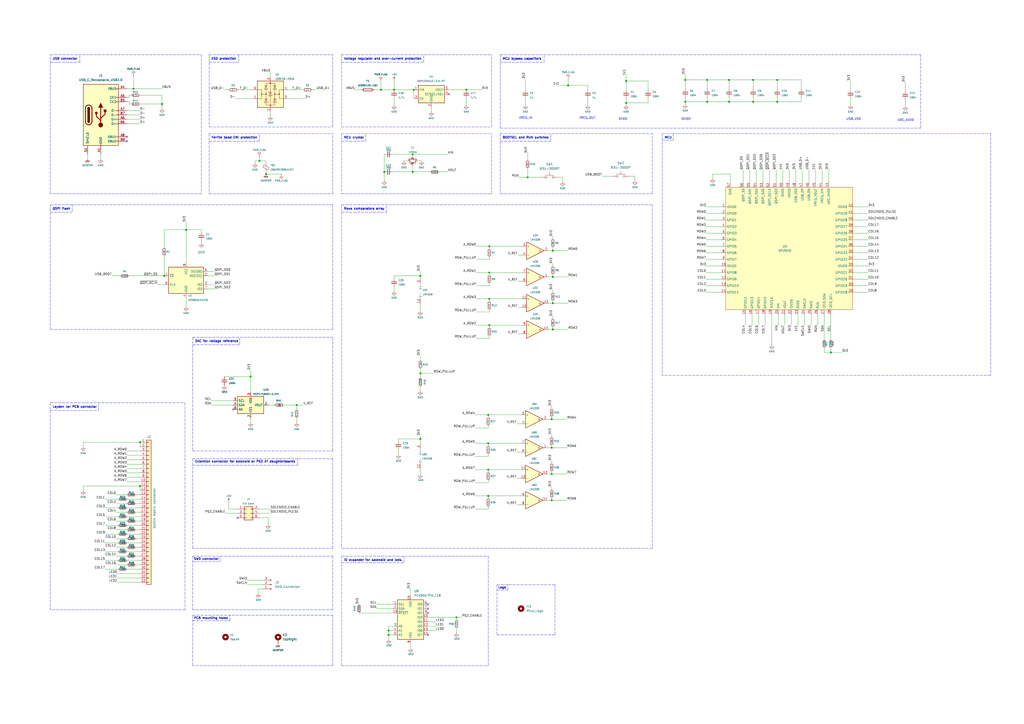
<source format=kicad_sch>
(kicad_sch (version 20211123) (generator eeschema)
  (paper "A2")
  (title_block (title "Leyden Jar controller PCB") (rev "2") (comment 1 "Designed with love by Rico"))
  (junction (at 320.675 191.135))
  (junction (at 283.845 173.355))
  (junction (at 410.21 46.355))
  (junction (at 329.565 49.53))
  (junction (at 363.22 59.69))
  (junction (at 264.795 358.14))
  (junction (at 228.6 52.07))
  (junction (at 145.415 218.44))
  (junction (at 283.845 158.115))
  (junction (at 240.03 52.07))
  (junction (at 320.04 259.715))
  (junction (at 283.845 142.875))
  (junction (at 107.95 133.35))
  (junction (at 397.51 46.355))
  (junction (at 270.51 52.07))
  (junction (at 243.84 160.02))
  (junction (at 93.98 60.325))
  (junction (at 481.965 204.47))
  (junction (at 283.845 188.595))
  (junction (at 320.04 290.195))
  (junction (at 283.21 257.175))
  (junction (at 172.085 234.95))
  (junction (at 320.675 145.415))
  (junction (at 225.425 365.76))
  (junction (at 436.88 59.055))
  (junction (at 95.25 160.02))
  (junction (at 222.885 99.695))
  (junction (at 320.675 175.895))
  (junction (at 243.84 216.535))
  (junction (at 283.21 240.665))
  (junction (at 422.91 59.055))
  (junction (at 239.395 89.535))
  (junction (at 225.425 368.3))
  (junction (at 450.85 46.355))
  (junction (at 320.04 274.955))
  (junction (at 77.47 51.435))
  (junction (at 436.88 46.355))
  (junction (at 410.21 59.055))
  (junction (at 450.85 59.055))
  (junction (at 283.21 272.415))
  (junction (at 81.28 281.94))
  (junction (at 320.675 160.655))
  (junction (at 306.07 102.87))
  (junction (at 363.22 46.99))
  (junction (at 81.28 256.54))
  (junction (at 243.84 254.635))
  (junction (at 397.51 59.055))
  (junction (at 150.495 93.345))
  (junction (at 154.305 100.965))
  (junction (at 239.395 99.695))
  (junction (at 422.91 46.355))
  (junction (at 320.04 243.205))
  (junction (at 220.98 52.07))
  (junction (at 283.21 287.655))
  (no_connect (at 137.795 300.355))
  (no_connect (at 73.66 81.915))
  (no_connect (at 73.66 79.375))
  (no_connect (at 248.285 355.6))
  (no_connect (at 260.35 54.61))
  (no_connect (at 248.285 368.3))
  (no_connect (at 248.285 350.52))
  (no_connect (at 248.285 353.06))
  (no_connect (at 135.255 237.49))
  (wire (pts (xy 78.74 292.1) (xy 81.28 292.1)))
  (wire (pts (xy 60.96 325.12) (xy 68.58 325.12)))
  (polyline (pts (xy 41.91 122.555) (xy 41.91 118.745)))
  (wire (pts (xy 320.04 288.925) (xy 320.04 290.195)))
  (wire (pts (xy 222.885 99.695) (xy 222.885 104.775)))
  (polyline (pts (xy 534.035 74.295) (xy 534.035 31.75)))
  (polyline (pts (xy 198.12 326.39) (xy 234.315 326.39)))
  (wire (pts (xy 494.665 135.255) (xy 503.555 135.255)))
  (polyline (pts (xy 285.115 112.395) (xy 285.115 77.47)))
  (wire (pts (xy 436.245 182.245) (xy 436.245 188.595)))
  (wire (pts (xy 329.565 45.72) (xy 329.565 49.53)))
  (polyline (pts (xy 290.195 36.195) (xy 315.595 36.195)))
  (wire (pts (xy 93.98 55.245) (xy 93.98 60.325)))
  (polyline (pts (xy 198.12 322.58) (xy 198.12 386.08)))
  (wire (pts (xy 107.95 133.35) (xy 116.84 133.35)))
  (polyline (pts (xy 111.76 261.62) (xy 193.04 261.62)))
  (polyline (pts (xy 139.065 200.025) (xy 139.065 195.58)))
  (wire (pts (xy 525.145 57.785) (xy 525.145 61.595)))
  (wire (pts (xy 240.03 52.07) (xy 240.03 57.15)))
  (wire (pts (xy 375.92 46.99) (xy 375.92 52.07)))
  (wire (pts (xy 494.665 165.735) (xy 503.555 165.735)))
  (wire (pts (xy 130.81 297.815) (xy 137.795 297.815)))
  (wire (pts (xy 67.945 337.82) (xy 81.28 337.82)))
  (wire (pts (xy 107.95 133.35) (xy 107.95 152.4)))
  (wire (pts (xy 67.945 332.74) (xy 81.28 332.74)))
  (polyline (pts (xy 29.21 118.745) (xy 29.21 191.135)))
  (polyline (pts (xy 121.285 31.75) (xy 193.04 31.75)))
  (polyline (pts (xy 198.12 36.195) (xy 245.745 36.195)))
  (polyline (pts (xy 378.46 118.745) (xy 378.46 318.135)))
  (wire (pts (xy 120.65 157.48) (xy 124.46 157.48)))
  (wire (pts (xy 494.665 142.875) (xy 503.555 142.875)))
  (wire (pts (xy 78.74 322.58) (xy 81.28 322.58)))
  (polyline (pts (xy 193.04 73.66) (xy 193.04 31.75)))
  (wire (pts (xy 436.88 59.055) (xy 450.85 59.055)))
  (wire (pts (xy 73.66 289.56) (xy 81.28 289.56)))
  (wire (pts (xy 48.26 256.54) (xy 81.28 256.54)))
  (wire (pts (xy 283.845 142.875) (xy 283.845 144.145)))
  (wire (pts (xy 73.66 274.32) (xy 81.28 274.32)))
  (wire (pts (xy 73.66 264.16) (xy 81.28 264.16)))
  (wire (pts (xy 67.945 335.28) (xy 81.28 335.28)))
  (wire (pts (xy 149.86 341.63) (xy 149.86 344.17)))
  (wire (pts (xy 436.88 56.515) (xy 436.88 59.055)))
  (wire (pts (xy 368.3 102.235) (xy 368.3 104.775)))
  (wire (pts (xy 525.145 47.625) (xy 525.145 52.705)))
  (wire (pts (xy 323.85 102.87) (xy 326.39 102.87)))
  (wire (pts (xy 317.5 243.205) (xy 320.04 243.205)))
  (wire (pts (xy 275.59 248.285) (xy 283.21 248.285)))
  (wire (pts (xy 320.04 290.195) (xy 328.93 290.195)))
  (wire (pts (xy 329.565 49.53) (xy 340.995 49.53)))
  (wire (pts (xy 276.225 188.595) (xy 283.845 188.595)))
  (wire (pts (xy 409.575 165.735) (xy 418.465 165.735)))
  (wire (pts (xy 276.225 142.875) (xy 283.845 142.875)))
  (polyline (pts (xy 315.595 36.195) (xy 315.595 31.75)))
  (wire (pts (xy 132.715 295.275) (xy 137.795 295.275)))
  (wire (pts (xy 264.795 358.14) (xy 264.795 359.41)))
  (polyline (pts (xy 111.76 195.58) (xy 193.04 195.58)))
  (wire (pts (xy 320.04 241.935) (xy 320.04 243.205)))
  (polyline (pts (xy 384.175 77.47) (xy 384.175 217.805)))
  (polyline (pts (xy 193.04 353.695) (xy 111.76 353.695)))
  (polyline (pts (xy 31.75 31.75) (xy 116.84 31.75)))
  (wire (pts (xy 122.555 234.95) (xy 135.255 234.95)))
  (wire (pts (xy 275.59 240.665) (xy 283.21 240.665)))
  (wire (pts (xy 320.04 282.575) (xy 320.04 283.845)))
  (wire (pts (xy 243.84 272.415) (xy 243.84 274.955)))
  (wire (pts (xy 225.425 363.22) (xy 227.965 363.22)))
  (polyline (pts (xy 133.35 360.045) (xy 133.35 356.87)))
  (wire (pts (xy 409.575 161.925) (xy 418.465 161.925)))
  (wire (pts (xy 276.225 196.215) (xy 283.845 196.215)))
  (wire (pts (xy 78.74 302.26) (xy 81.28 302.26)))
  (wire (pts (xy 455.295 182.245) (xy 455.295 188.595)))
  (polyline (pts (xy 288.29 339.09) (xy 321.945 339.09)))
  (wire (pts (xy 73.66 304.8) (xy 81.28 304.8)))
  (wire (pts (xy 154.305 99.695) (xy 154.305 100.965)))
  (wire (pts (xy 409.575 131.445) (xy 418.465 131.445)))
  (polyline (pts (xy 29.21 36.195) (xy 46.355 36.195)))
  (wire (pts (xy 363.22 46.99) (xy 363.22 52.07)))
  (wire (pts (xy 317.5 259.715) (xy 320.04 259.715)))
  (polyline (pts (xy 29.21 191.135) (xy 193.04 191.135)))
  (wire (pts (xy 77.47 51.435) (xy 93.98 51.435)))
  (wire (pts (xy 180.975 52.07) (xy 183.515 52.07)))
  (wire (pts (xy 228.6 52.07) (xy 240.03 52.07)))
  (wire (pts (xy 410.21 59.055) (xy 422.91 59.055)))
  (wire (pts (xy 130.175 218.44) (xy 145.415 218.44)))
  (polyline (pts (xy 290.195 81.915) (xy 319.405 81.915)))
  (wire (pts (xy 326.39 102.87) (xy 326.39 105.41)))
  (wire (pts (xy 145.415 214.63) (xy 145.415 218.44)))
  (wire (pts (xy 318.135 175.895) (xy 320.675 175.895)))
  (polyline (pts (xy 198.12 31.75) (xy 198.12 73.66)))
  (wire (pts (xy 270.51 52.07) (xy 279.4 52.07)))
  (wire (pts (xy 220.98 52.07) (xy 228.6 52.07)))
  (wire (pts (xy 260.35 52.07) (xy 270.51 52.07)))
  (wire (pts (xy 409.575 142.875) (xy 418.465 142.875)))
  (wire (pts (xy 363.22 46.99) (xy 375.92 46.99)))
  (wire (pts (xy 225.425 365.76) (xy 227.965 365.76)))
  (wire (pts (xy 67.31 317.5) (xy 73.66 317.5)))
  (wire (pts (xy 74.93 56.515) (xy 74.93 55.245)))
  (wire (pts (xy 218.44 353.06) (xy 227.965 353.06)))
  (polyline (pts (xy 121.285 31.75) (xy 121.285 73.66)))
  (wire (pts (xy 283.845 188.595) (xy 283.845 189.865)))
  (polyline (pts (xy 290.195 77.47) (xy 290.195 112.395)))
  (wire (pts (xy 145.415 242.57) (xy 145.415 245.11)))
  (wire (pts (xy 143.51 336.55) (xy 152.4 336.55)))
  (wire (pts (xy 264.795 358.14) (xy 267.97 358.14)))
  (wire (pts (xy 228.6 166.37) (xy 228.6 168.91)))
  (polyline (pts (xy 193.04 261.62) (xy 193.04 195.58)))
  (polyline (pts (xy 193.04 266.065) (xy 193.04 318.135)))
  (wire (pts (xy 462.915 182.245) (xy 462.915 188.595)))
  (polyline (pts (xy 121.285 73.66) (xy 193.04 73.66)))
  (wire (pts (xy 481.965 204.47) (xy 488.315 204.47)))
  (wire (pts (xy 276.225 165.735) (xy 283.845 165.735)))
  (wire (pts (xy 231.14 254.635) (xy 231.14 255.905)))
  (wire (pts (xy 107.95 133.35) (xy 95.25 133.35)))
  (polyline (pts (xy 390.525 81.28) (xy 390.525 77.47)))
  (wire (pts (xy 275.59 272.415) (xy 283.21 272.415)))
  (wire (pts (xy 116.84 139.7) (xy 116.84 140.97)))
  (wire (pts (xy 208.28 355.6) (xy 227.965 355.6)))
  (wire (pts (xy 283.21 257.175) (xy 302.26 257.175)))
  (wire (pts (xy 73.66 59.055) (xy 74.93 59.055)))
  (wire (pts (xy 120.65 160.02) (xy 124.46 160.02)))
  (polyline (pts (xy 29.21 31.75) (xy 31.75 31.75)))
  (wire (pts (xy 365.125 102.235) (xy 368.3 102.235)))
  (wire (pts (xy 243.84 213.995) (xy 243.84 216.535)))
  (wire (pts (xy 225.425 368.3) (xy 227.965 368.3)))
  (polyline (pts (xy 290.195 31.75) (xy 534.035 31.75)))
  (wire (pts (xy 243.84 254.635) (xy 243.84 257.175)))
  (wire (pts (xy 363.22 59.69) (xy 363.22 60.96)))
  (wire (pts (xy 494.665 150.495) (xy 503.555 150.495)))
  (polyline (pts (xy 198.12 118.745) (xy 198.12 318.135)))
  (wire (pts (xy 81.28 256.54) (xy 81.28 259.08)))
  (wire (pts (xy 283.845 179.705) (xy 283.845 180.975)))
  (wire (pts (xy 64.77 160.02) (xy 69.85 160.02)))
  (polyline (pts (xy 574.675 217.805) (xy 384.175 217.805)))
  (polyline (pts (xy 574.675 77.47) (xy 574.675 217.805)))
  (wire (pts (xy 306.07 102.87) (xy 300.99 102.87)))
  (polyline (pts (xy 29.21 112.395) (xy 29.21 31.75)))
  (wire (pts (xy 154.305 93.345) (xy 154.305 94.615)))
  (wire (pts (xy 243.84 216.535) (xy 243.84 219.075)))
  (polyline (pts (xy 198.12 77.47) (xy 198.12 112.395)))
  (wire (pts (xy 73.66 51.435) (xy 77.47 51.435)))
  (polyline (pts (xy 198.12 118.745) (xy 378.46 118.745)))
  (polyline (pts (xy 288.29 339.09) (xy 288.29 368.3)))
  (wire (pts (xy 248.285 365.76) (xy 252.73 365.76)))
  (polyline (pts (xy 198.12 123.19) (xy 224.155 123.19)))
  (wire (pts (xy 73.66 320.04) (xy 81.28 320.04)))
  (wire (pts (xy 493.395 57.15) (xy 493.395 60.96)))
  (wire (pts (xy 283.845 149.225) (xy 283.845 150.495)))
  (wire (pts (xy 73.66 299.72) (xy 81.28 299.72)))
  (wire (pts (xy 446.405 98.425) (xy 446.405 106.045)))
  (polyline (pts (xy 121.285 77.47) (xy 193.04 77.47)))
  (polyline (pts (xy 294.64 342.265) (xy 294.64 339.09)))
  (wire (pts (xy 340.995 57.15) (xy 340.995 60.96)))
  (polyline (pts (xy 121.285 36.195) (xy 138.43 36.195)))
  (wire (pts (xy 150.495 300.355) (xy 155.575 300.355)))
  (wire (pts (xy 73.66 269.24) (xy 81.28 269.24)))
  (wire (pts (xy 422.91 59.055) (xy 436.88 59.055)))
  (wire (pts (xy 248.285 358.14) (xy 264.795 358.14)))
  (wire (pts (xy 60.96 304.8) (xy 68.58 304.8)))
  (polyline (pts (xy 111.76 322.58) (xy 111.76 353.695)))
  (wire (pts (xy 283.845 188.595) (xy 302.895 188.595)))
  (wire (pts (xy 317.5 274.955) (xy 320.04 274.955)))
  (polyline (pts (xy 138.43 31.75) (xy 138.43 36.195)))
  (wire (pts (xy 150.495 295.275) (xy 156.845 295.275)))
  (wire (pts (xy 74.93 60.325) (xy 76.2 60.325)))
  (wire (pts (xy 231.14 260.985) (xy 231.14 263.525)))
  (polyline (pts (xy 384.175 77.47) (xy 574.675 77.47)))
  (polyline (pts (xy 290.195 74.295) (xy 534.035 74.295)))
  (wire (pts (xy 447.675 182.245) (xy 447.675 200.025)))
  (wire (pts (xy 120.65 165.1) (xy 124.46 165.1)))
  (wire (pts (xy 409.575 120.015) (xy 418.465 120.015)))
  (wire (pts (xy 409.575 139.065) (xy 418.465 139.065)))
  (wire (pts (xy 116.84 134.62) (xy 116.84 133.35)))
  (wire (pts (xy 156.845 41.91) (xy 156.845 44.45)))
  (wire (pts (xy 320.04 235.585) (xy 320.04 236.855)))
  (wire (pts (xy 473.075 98.425) (xy 473.075 106.045)))
  (polyline (pts (xy 378.46 112.395) (xy 378.46 77.47)))
  (wire (pts (xy 283.845 142.875) (xy 302.895 142.875)))
  (wire (pts (xy 320.675 175.895) (xy 329.565 175.895)))
  (wire (pts (xy 299.72 245.745) (xy 302.26 245.745)))
  (wire (pts (xy 409.575 123.825) (xy 418.465 123.825)))
  (wire (pts (xy 469.265 98.425) (xy 469.265 106.045)))
  (wire (pts (xy 283.21 287.655) (xy 302.26 287.655)))
  (wire (pts (xy 409.575 146.685) (xy 418.465 146.685)))
  (polyline (pts (xy 384.175 81.28) (xy 390.525 81.28)))
  (wire (pts (xy 320.04 274.955) (xy 328.93 274.955)))
  (polyline (pts (xy 29.21 233.68) (xy 29.21 353.695)))
  (wire (pts (xy 147.955 94.615) (xy 147.955 93.345)))
  (polyline (pts (xy 193.04 386.08) (xy 111.76 386.08)))
  (wire (pts (xy 136.525 57.15) (xy 146.685 57.15)))
  (wire (pts (xy 306.07 97.79) (xy 306.07 102.87)))
  (polyline (pts (xy 57.15 238.125) (xy 57.15 233.68)))
  (wire (pts (xy 241.935 93.345) (xy 244.475 93.345)))
  (wire (pts (xy 107.95 128.905) (xy 107.95 133.35)))
  (wire (pts (xy 234.315 93.345) (xy 236.855 93.345)))
  (wire (pts (xy 276.225 173.355) (xy 283.845 173.355)))
  (wire (pts (xy 228.6 160.02) (xy 243.84 160.02)))
  (wire (pts (xy 480.695 98.425) (xy 480.695 106.045)))
  (wire (pts (xy 494.665 154.305) (xy 503.555 154.305)))
  (wire (pts (xy 299.72 277.495) (xy 302.26 277.495)))
  (wire (pts (xy 464.82 46.355) (xy 464.82 51.435)))
  (wire (pts (xy 73.66 314.96) (xy 81.28 314.96)))
  (wire (pts (xy 283.845 173.355) (xy 302.895 173.355)))
  (wire (pts (xy 243.84 157.48) (xy 243.84 160.02)))
  (wire (pts (xy 283.21 278.765) (xy 283.21 280.035)))
  (wire (pts (xy 264.795 364.49) (xy 264.795 367.03)))
  (wire (pts (xy 306.07 102.87) (xy 313.69 102.87)))
  (wire (pts (xy 67.31 297.18) (xy 73.66 297.18)))
  (polyline (pts (xy 288.29 342.265) (xy 294.64 342.265)))
  (wire (pts (xy 239.395 89.535) (xy 259.715 89.535)))
  (wire (pts (xy 304.8 45.72) (xy 304.8 52.07)))
  (wire (pts (xy 81.28 60.325) (xy 93.98 60.325)))
  (wire (pts (xy 67.31 327.66) (xy 73.66 327.66)))
  (wire (pts (xy 275.59 264.795) (xy 283.21 264.795)))
  (wire (pts (xy 225.425 370.84) (xy 225.425 368.3)))
  (polyline (pts (xy 193.04 112.395) (xy 193.04 77.47)))
  (wire (pts (xy 450.85 59.055) (xy 464.82 59.055)))
  (wire (pts (xy 320.675 145.415) (xy 329.565 145.415)))
  (wire (pts (xy 93.98 60.325) (xy 93.98 62.865)))
  (wire (pts (xy 250.19 62.23) (xy 250.19 64.77)))
  (wire (pts (xy 494.665 131.445) (xy 503.555 131.445)))
  (wire (pts (xy 156.845 64.77) (xy 156.845 67.31)))
  (wire (pts (xy 340.995 49.53) (xy 340.995 52.07)))
  (wire (pts (xy 283.21 294.005) (xy 283.21 295.275)))
  (wire (pts (xy 320.675 183.515) (xy 320.675 184.785)))
  (wire (pts (xy 454.025 98.425) (xy 454.025 106.045)))
  (wire (pts (xy 67.31 287.02) (xy 73.66 287.02)))
  (polyline (pts (xy 111.76 266.065) (xy 193.04 266.065)))
  (wire (pts (xy 81.28 281.94) (xy 81.28 284.48)))
  (wire (pts (xy 239.395 89.535) (xy 239.395 90.805)))
  (polyline (pts (xy 319.405 81.915) (xy 319.405 77.47)))
  (wire (pts (xy 150.495 93.345) (xy 154.305 93.345)))
  (wire (pts (xy 172.085 242.57) (xy 172.085 245.11)))
  (wire (pts (xy 60.96 320.04) (xy 68.58 320.04)))
  (polyline (pts (xy 224.155 123.19) (xy 224.155 118.745)))
  (polyline (pts (xy 121.285 81.915) (xy 150.495 81.915)))
  (wire (pts (xy 74.93 59.055) (xy 74.93 60.325)))
  (wire (pts (xy 422.91 56.515) (xy 422.91 59.055)))
  (wire (pts (xy 413.385 103.505) (xy 413.385 100.965)))
  (wire (pts (xy 67.31 312.42) (xy 73.66 312.42)))
  (polyline (pts (xy 111.76 269.875) (xy 172.72 269.875)))
  (polyline (pts (xy 172.72 269.875) (xy 172.72 266.065)))
  (wire (pts (xy 78.74 297.18) (xy 81.28 297.18)))
  (wire (pts (xy 422.91 46.355) (xy 436.88 46.355)))
  (wire (pts (xy 154.305 100.965) (xy 163.195 100.965)))
  (wire (pts (xy 243.84 252.73) (xy 243.84 254.635)))
  (polyline (pts (xy 29.21 123.19) (xy 41.91 123.19)))
  (wire (pts (xy 130.175 52.07) (xy 132.715 52.07)))
  (wire (pts (xy 320.675 191.135) (xy 329.565 191.135)))
  (polyline (pts (xy 29.21 238.125) (xy 57.15 238.125)))
  (wire (pts (xy 318.135 191.135) (xy 320.675 191.135)))
  (wire (pts (xy 494.665 123.825) (xy 503.555 123.825)))
  (wire (pts (xy 318.135 145.415) (xy 320.675 145.415)))
  (wire (pts (xy 397.51 59.055) (xy 410.21 59.055)))
  (wire (pts (xy 95.25 148.59) (xy 95.25 160.02)))
  (polyline (pts (xy 198.12 77.47) (xy 285.115 77.47)))
  (wire (pts (xy 67.31 302.26) (xy 73.66 302.26)))
  (wire (pts (xy 152.4 341.63) (xy 149.86 341.63)))
  (wire (pts (xy 450.85 56.515) (xy 450.85 59.055)))
  (polyline (pts (xy 193.04 118.745) (xy 193.04 191.135)))
  (polyline (pts (xy 321.945 339.09) (xy 321.945 368.3)))
  (wire (pts (xy 60.96 294.64) (xy 68.58 294.64)))
  (wire (pts (xy 432.435 182.245) (xy 432.435 188.595)))
  (wire (pts (xy 228.6 46.99) (xy 228.6 52.07)))
  (wire (pts (xy 172.085 234.95) (xy 172.085 237.49)))
  (wire (pts (xy 409.575 150.495) (xy 418.465 150.495)))
  (wire (pts (xy 228.6 161.29) (xy 228.6 160.02)))
  (wire (pts (xy 423.545 100.965) (xy 423.545 106.045)))
  (polyline (pts (xy 111.76 195.58) (xy 111.76 261.62)))
  (wire (pts (xy 451.485 182.245) (xy 451.485 188.595)))
  (wire (pts (xy 409.575 135.255) (xy 418.465 135.255)))
  (polyline (pts (xy 193.04 118.745) (xy 29.21 118.745)))
  (wire (pts (xy 318.135 160.655) (xy 320.675 160.655)))
  (wire (pts (xy 283.845 173.355) (xy 283.845 174.625)))
  (wire (pts (xy 283.21 247.015) (xy 283.21 248.285)))
  (wire (pts (xy 137.795 52.07) (xy 146.685 52.07)))
  (polyline (pts (xy 46.355 36.195) (xy 46.355 31.75)))
  (wire (pts (xy 320.675 143.51) (xy 320.675 145.415)))
  (polyline (pts (xy 193.04 318.135) (xy 111.76 318.135)))
  (wire (pts (xy 239.395 99.695) (xy 249.555 99.695)))
  (wire (pts (xy 299.72 262.255) (xy 302.26 262.255)))
  (wire (pts (xy 73.66 325.12) (xy 81.28 325.12)))
  (wire (pts (xy 78.74 287.02) (xy 81.28 287.02)))
  (wire (pts (xy 320.04 243.205) (xy 328.93 243.205)))
  (wire (pts (xy 494.665 169.545) (xy 503.555 169.545)))
  (wire (pts (xy 410.21 46.355) (xy 422.91 46.355)))
  (wire (pts (xy 73.66 64.135) (xy 81.28 64.135)))
  (wire (pts (xy 276.225 158.115) (xy 283.845 158.115)))
  (wire (pts (xy 283.845 194.945) (xy 283.845 196.215)))
  (polyline (pts (xy 111.76 360.045) (xy 133.35 360.045)))
  (wire (pts (xy 397.51 43.18) (xy 397.51 46.355)))
  (wire (pts (xy 227.965 89.535) (xy 239.395 89.535)))
  (wire (pts (xy 73.66 56.515) (xy 74.93 56.515)))
  (wire (pts (xy 431.165 98.425) (xy 431.165 106.045)))
  (polyline (pts (xy 121.285 112.395) (xy 193.04 112.395)))
  (polyline (pts (xy 290.195 77.47) (xy 378.46 77.47)))
  (wire (pts (xy 254.635 99.695) (xy 259.715 99.695)))
  (wire (pts (xy 320.04 267.335) (xy 320.04 268.605)))
  (polyline (pts (xy 111.76 325.755) (xy 127.635 325.755)))
  (wire (pts (xy 494.665 158.115) (xy 503.555 158.115)))
  (wire (pts (xy 457.835 98.425) (xy 457.835 106.045)))
  (wire (pts (xy 320.04 258.445) (xy 320.04 259.715)))
  (polyline (pts (xy 378.46 318.135) (xy 198.12 318.135)))
  (wire (pts (xy 320.675 153.035) (xy 320.675 154.305)))
  (wire (pts (xy 107.95 172.72) (xy 107.95 177.8)))
  (wire (pts (xy 494.665 139.065) (xy 503.555 139.065)))
  (wire (pts (xy 450.215 98.425) (xy 450.215 106.045)))
  (wire (pts (xy 78.74 317.5) (xy 81.28 317.5)))
  (wire (pts (xy 67.31 292.1) (xy 73.66 292.1)))
  (wire (pts (xy 283.21 272.415) (xy 302.26 272.415)))
  (wire (pts (xy 73.66 71.755) (xy 81.28 71.755)))
  (wire (pts (xy 50.8 89.535) (xy 50.8 92.075)))
  (wire (pts (xy 60.96 289.56) (xy 68.58 289.56)))
  (wire (pts (xy 436.88 46.355) (xy 436.88 51.435)))
  (wire (pts (xy 283.21 263.525) (xy 283.21 264.795)))
  (wire (pts (xy 363.22 57.15) (xy 363.22 59.69)))
  (wire (pts (xy 320.675 160.655) (xy 329.565 160.655)))
  (polyline (pts (xy 111.76 356.87) (xy 193.04 356.87)))
  (wire (pts (xy 299.72 292.735) (xy 302.26 292.735)))
  (wire (pts (xy 363.22 43.815) (xy 363.22 46.99)))
  (wire (pts (xy 459.105 182.245) (xy 459.105 188.595)))
  (wire (pts (xy 243.84 176.53) (xy 243.84 180.34)))
  (wire (pts (xy 478.155 204.47) (xy 481.965 204.47)))
  (wire (pts (xy 450.85 46.355) (xy 464.82 46.355)))
  (wire (pts (xy 397.51 46.355) (xy 410.21 46.355)))
  (wire (pts (xy 349.25 102.235) (xy 354.965 102.235)))
  (wire (pts (xy 275.59 280.035) (xy 283.21 280.035)))
  (wire (pts (xy 283.845 158.115) (xy 283.845 159.385)))
  (wire (pts (xy 48.26 281.94) (xy 81.28 281.94)))
  (wire (pts (xy 91.44 165.1) (xy 95.25 165.1)))
  (wire (pts (xy 81.28 55.245) (xy 93.98 55.245)))
  (wire (pts (xy 438.785 98.425) (xy 438.785 106.045)))
  (wire (pts (xy 413.385 100.965) (xy 423.545 100.965)))
  (wire (pts (xy 228.6 57.15) (xy 228.6 60.96)))
  (wire (pts (xy 167.005 52.07) (xy 175.895 52.07)))
  (wire (pts (xy 283.845 158.115) (xy 302.895 158.115)))
  (polyline (pts (xy 193.04 322.58) (xy 193.04 353.695)))
  (wire (pts (xy 410.21 46.355) (xy 410.21 51.435)))
  (wire (pts (xy 205.74 52.07) (xy 209.55 52.07)))
  (polyline (pts (xy 290.195 112.395) (xy 378.46 112.395)))
  (wire (pts (xy 275.59 295.275) (xy 283.21 295.275)))
  (wire (pts (xy 275.59 287.655) (xy 283.21 287.655)))
  (wire (pts (xy 238.125 341.63) (xy 238.125 345.44)))
  (wire (pts (xy 481.965 201.93) (xy 481.965 204.47)))
  (wire (pts (xy 409.575 158.115) (xy 418.465 158.115)))
  (wire (pts (xy 243.84 216.535) (xy 251.46 216.535)))
  (wire (pts (xy 74.93 55.245) (xy 76.2 55.245)))
  (polyline (pts (xy 198.12 112.395) (xy 285.115 112.395)))
  (wire (pts (xy 73.66 266.7) (xy 81.28 266.7)))
  (wire (pts (xy 283.21 240.665) (xy 283.21 241.935)))
  (wire (pts (xy 440.055 182.245) (xy 440.055 188.595)))
  (wire (pts (xy 60.96 314.96) (xy 68.58 314.96)))
  (wire (pts (xy 58.42 89.535) (xy 58.42 92.075)))
  (wire (pts (xy 243.84 160.02) (xy 243.84 161.29)))
  (polyline (pts (xy 116.84 31.75) (xy 116.84 112.395)))
  (wire (pts (xy 317.5 290.195) (xy 320.04 290.195)))
  (polyline (pts (xy 198.12 386.08) (xy 283.21 386.08)))
  (wire (pts (xy 320.04 252.095) (xy 320.04 253.365)))
  (wire (pts (xy 60.96 309.88) (xy 68.58 309.88)))
  (wire (pts (xy 320.675 159.385) (xy 320.675 160.655)))
  (wire (pts (xy 143.51 339.09) (xy 152.4 339.09)))
  (wire (pts (xy 239.395 95.885) (xy 239.395 99.695)))
  (wire (pts (xy 95.25 133.35) (xy 95.25 143.51)))
  (wire (pts (xy 461.645 98.425) (xy 461.645 106.045)))
  (polyline (pts (xy 111.76 266.065) (xy 111.76 318.135)))
  (wire (pts (xy 78.74 327.66) (xy 81.28 327.66)))
  (wire (pts (xy 60.96 330.2) (xy 68.58 330.2)))
  (wire (pts (xy 132.715 291.465) (xy 132.715 295.275)))
  (wire (pts (xy 494.665 127.635) (xy 503.555 127.635)))
  (wire (pts (xy 67.31 322.58) (xy 73.66 322.58)))
  (wire (pts (xy 436.88 46.355) (xy 450.85 46.355)))
  (wire (pts (xy 320.675 174.625) (xy 320.675 175.895)))
  (polyline (pts (xy 107.315 233.68) (xy 107.315 353.695)))
  (wire (pts (xy 73.66 279.4) (xy 81.28 279.4)))
  (wire (pts (xy 48.26 281.94) (xy 48.26 284.48)))
  (polyline (pts (xy 212.09 81.915) (xy 212.09 77.47)))
  (wire (pts (xy 494.665 161.925) (xy 503.555 161.925)))
  (wire (pts (xy 248.285 363.22) (xy 252.73 363.22)))
  (wire (pts (xy 409.575 154.305) (xy 418.465 154.305)))
  (wire (pts (xy 465.455 98.425) (xy 465.455 106.045)))
  (wire (pts (xy 73.66 271.78) (xy 81.28 271.78)))
  (wire (pts (xy 409.575 169.545) (xy 418.465 169.545)))
  (polyline (pts (xy 29.21 233.68) (xy 107.315 233.68)))
  (wire (pts (xy 493.395 46.99) (xy 493.395 52.07)))
  (wire (pts (xy 122.555 232.41) (xy 135.255 232.41)))
  (polyline (pts (xy 234.315 326.39) (xy 234.315 322.58)))
  (polyline (pts (xy 111.76 322.58) (xy 193.04 322.58)))
  (polyline (pts (xy 321.945 368.3) (xy 288.29 368.3)))
  (wire (pts (xy 78.74 307.34) (xy 81.28 307.34)))
  (wire (pts (xy 474.345 182.245) (xy 474.345 188.595)))
  (wire (pts (xy 276.225 180.975) (xy 283.845 180.975)))
  (wire (pts (xy 320.675 137.16) (xy 320.675 138.43)))
  (wire (pts (xy 78.74 312.42) (xy 81.28 312.42)))
  (wire (pts (xy 478.155 182.245) (xy 478.155 196.85)))
  (wire (pts (xy 300.355 178.435) (xy 302.895 178.435)))
  (wire (pts (xy 300.355 193.675) (xy 302.895 193.675)))
  (polyline (pts (xy 193.04 356.87) (xy 193.04 386.08)))
  (wire (pts (xy 450.85 46.355) (xy 450.85 51.435)))
  (wire (pts (xy 276.225 150.495) (xy 283.845 150.495)))
  (wire (pts (xy 409.575 127.635) (xy 418.465 127.635)))
  (wire (pts (xy 283.21 257.175) (xy 283.21 258.445)))
  (polyline (pts (xy 111.76 200.025) (xy 139.065 200.025)))
  (polyline (pts (xy 285.115 73.66) (xy 285.115 31.75)))
  (polyline (pts (xy 198.12 81.915) (xy 212.09 81.915)))
  (wire (pts (xy 442.595 98.425) (xy 442.595 106.045)))
  (wire (pts (xy 243.84 206.375) (xy 243.84 208.915)))
  (wire (pts (xy 73.66 330.2) (xy 81.28 330.2)))
  (polyline (pts (xy 127.635 325.755) (xy 127.635 322.58)))
  (wire (pts (xy 320.04 273.685) (xy 320.04 274.955)))
  (wire (pts (xy 73.66 309.88) (xy 81.28 309.88)))
  (polyline (pts (xy 121.285 77.47) (xy 121.285 112.395)))
  (wire (pts (xy 494.665 120.015) (xy 503.555 120.015)))
  (wire (pts (xy 73.66 66.675) (xy 81.28 66.675)))
  (polyline (pts (xy 198.12 73.66) (xy 285.115 73.66)))
  (wire (pts (xy 243.84 254.635) (xy 231.14 254.635)))
  (wire (pts (xy 225.425 368.3) (xy 225.425 365.76)))
  (wire (pts (xy 73.66 261.62) (xy 81.28 261.62)))
  (wire (pts (xy 243.84 224.155) (xy 243.84 226.695)))
  (wire (pts (xy 164.465 234.95) (xy 172.085 234.95)))
  (wire (pts (xy 145.415 218.44) (xy 145.415 227.33)))
  (wire (pts (xy 397.51 56.515) (xy 397.51 59.055)))
  (wire (pts (xy 270.51 57.15) (xy 270.51 60.96)))
  (wire (pts (xy 220.98 46.99) (xy 220.98 52.07)))
  (wire (pts (xy 397.51 46.355) (xy 397.51 51.435)))
  (wire (pts (xy 434.975 98.425) (xy 434.975 106.045)))
  (wire (pts (xy 67.31 307.34) (xy 73.66 307.34)))
  (wire (pts (xy 167.005 57.15) (xy 177.165 57.15)))
  (wire (pts (xy 275.59 257.175) (xy 283.21 257.175)))
  (wire (pts (xy 410.21 56.515) (xy 410.21 59.055)))
  (polyline (pts (xy 283.21 386.08) (xy 283.21 322.58)))
  (polyline (pts (xy 107.315 353.695) (xy 29.21 353.695)))
  (wire (pts (xy 476.885 98.425) (xy 476.885 106.045)))
  (wire (pts (xy 73.66 294.64) (xy 81.28 294.64)))
  (polyline (pts (xy 198.12 322.58) (xy 283.21 322.58)))
  (wire (pts (xy 363.22 59.69) (xy 375.92 59.69)))
  (wire (pts (xy 306.07 88.9) (xy 306.07 92.71)))
  (wire (pts (xy 150.495 297.815) (xy 156.845 297.815)))
  (wire (pts (xy 218.44 350.52) (xy 227.965 350.52)))
  (wire (pts (xy 283.21 240.665) (xy 302.26 240.665)))
  (wire (pts (xy 74.93 160.02) (xy 95.25 160.02)))
  (wire (pts (xy 155.575 300.355) (xy 155.575 304.165)))
  (polyline (pts (xy 198.12 31.75) (xy 285.115 31.75)))
  (wire (pts (xy 77.47 43.815) (xy 77.47 51.435)))
  (wire (pts (xy 300.355 147.955) (xy 302.895 147.955)))
  (wire (pts (xy 155.575 234.95) (xy 159.385 234.95)))
  (wire (pts (xy 320.675 168.275) (xy 320.675 169.545)))
  (wire (pts (xy 147.955 93.345) (xy 150.495 93.345)))
  (wire (pts (xy 464.82 56.515) (xy 464.82 59.055)))
  (wire (pts (xy 120.65 167.64) (xy 124.46 167.64)))
  (wire (pts (xy 494.665 146.685) (xy 503.555 146.685)))
  (wire (pts (xy 397.51 59.055) (xy 397.51 60.325)))
  (wire (pts (xy 225.425 365.76) (xy 225.425 363.22)))
  (wire (pts (xy 238.125 373.38) (xy 238.125 375.92)))
  (wire (pts (xy 73.66 276.86) (xy 81.28 276.86)))
  (wire (pts (xy 466.725 182.245) (xy 466.725 188.595)))
  (wire (pts (xy 422.91 46.355) (xy 422.91 51.435)))
  (wire (pts (xy 304.8 57.15) (xy 304.8 60.96)))
  (wire (pts (xy 73.66 69.215) (xy 81.28 69.215)))
  (wire (pts (xy 48.26 256.54) (xy 48.26 259.08)))
  (wire (pts (xy 375.92 57.15) (xy 375.92 59.69)))
  (wire (pts (xy 320.675 189.865) (xy 320.675 191.135)))
  (polyline (pts (xy 150.495 81.915) (xy 150.495 77.47)))
  (wire (pts (xy 248.285 360.68) (xy 252.73 360.68)))
  (wire (pts (xy 300.355 163.195) (xy 302.895 163.195)))
  (wire (pts (xy 172.085 234.95) (xy 175.895 234.95)))
  (wire (pts (xy 470.535 182.245) (xy 470.535 188.595)))
  (wire (pts (xy 283.21 272.415) (xy 283.21 273.685)))
  (wire (pts (xy 283.845 164.465) (xy 283.845 165.735)))
  (wire (pts (xy 320.04 259.715) (xy 328.93 259.715)))
  (wire (pts (xy 60.96 299.72) (xy 68.58 299.72)))
  (wire (pts (xy 222.885 89.535) (xy 222.885 99.695)))
  (polyline (pts (xy 245.745 36.195) (xy 245.745 31.75)))
  (wire (pts (xy 283.21 287.655) (xy 283.21 288.925)))
  (polyline (pts (xy 290.195 31.75) (xy 290.195 74.295)))
  (wire (pts (xy 217.17 52.07) (xy 220.98 52.07)))
  (wire (pts (xy 443.865 182.245) (xy 443.865 188.595)))
  (polyline (pts (xy 111.76 356.87) (xy 111.76 386.08)))
  (polyline (pts (xy 116.84 112.395) (xy 29.21 112.395)))
  (wire (pts (xy 227.965 99.695) (xy 239.395 99.695)))
  (wire (pts (xy 324.485 49.53) (xy 329.565 49.53)))
  (wire (pts (xy 481.965 182.245) (xy 481.965 196.85)))
  (wire (pts (xy 478.155 204.47) (xy 478.155 201.93)))
  (wire (pts (xy 150.495 90.805) (xy 150.495 93.345)))
  (text "MCU bypass capacitors" (at 291.465 34.925 0) (effects (font (size 1.27 1.27) (thickness 0.254) bold) (justify left bottom)))
  (text "USB connector" (at 30.48 34.925 0) (effects (font (size 1.27 1.27) (thickness 0.254) bold) (justify left bottom)))
  (text "QSPI flash" (at 30.48 121.92 0) (effects (font (size 1.27 1.27) (thickness 0.254) bold) (justify left bottom)))
  (text "IOVDD" (at 394.97 69.85 0) (effects (font (size 1.27 1.27)) (justify left bottom)))
  (text "BOOTSEL and RUN switches" (at 291.465 80.645 0) (effects (font (size 1.27 1.27) (thickness 0.254) bold) (justify left bottom)))
  (text "USB_VDD" (at 490.855 69.85 0) (effects (font (size 1.27 1.27)) (justify left bottom)))
  (text "ADC_AVDD" (at 520.7 70.485 0) (effects (font (size 1.27 1.27)) (justify left bottom)))
  (text "MCU" (at 385.445 80.645 0) (effects (font (size 1.27 1.27) (thickness 0.254) bold) (justify left bottom)))
  (text "VREG_OUT" (at 335.915 69.215 0) (effects (font (size 1.27 1.27)) (justify left bottom)))
  (text "Rows comparators array" (at 199.39 121.92 0) (effects (font (size 1.27 1.27) (thickness 0.254) bold) (justify left bottom)))
  (text "Logo" (at 288.925 341.63 0) (effects (font (size 1.27 1.27) (thickness 0.254) bold) (justify left bottom)))
  (text "DAC for voltage reference" (at 113.03 198.755 0) (effects (font (size 1.27 1.27) (thickness 0.254) bold) (justify left bottom)))
  (text "Voltage regulator and over-current protection" (at 199.39 34.925 0) (effects (font (size 1.27 1.27) (thickness 0.254) bold) (justify left bottom)))
  (text "DVDD" (at 358.775 69.85 0) (effects (font (size 1.27 1.27)) (justify left bottom)))
  (text "VREG_IN" (at 300.99 69.215 0) (effects (font (size 1.27 1.27)) (justify left bottom)))
  (text "Leyden Jar PCB connector" (at 30.48 236.855 0) (effects (font (size 1.27 1.27) (thickness 0.254) bold) (justify left bottom)))
  (text "SWD connector" (at 112.395 325.12 0) (effects (font (size 1.27 1.27) (thickness 0.254) bold) (justify left bottom)))
  (text "ESD protection" (at 122.555 34.925 0) (effects (font (size 1.27 1.27) (thickness 0.254) bold) (justify left bottom)))
  (text "Extention connector for solenoid or PS2 AT daughterboards" (at 113.03 268.605 0) (effects (font (size 1.27 1.27) (thickness 0.254) bold) (justify left bottom)))
  (text "PCB mounting holes" (at 112.395 359.41 0) (effects (font (size 1.27 1.27) (thickness 0.254) bold) (justify left bottom)))
  (text "IO expander for solenoid and leds" (at 199.39 325.755 0) (effects (font (size 1.27 1.27) (thickness 0.254) bold) (justify left bottom)))
  (text "MCU crystal" (at 199.39 80.645 0) (effects (font (size 1.27 1.27) (thickness 0.254) bold) (justify left bottom)))
  (text "Ferrite bead EMI protection" (at 122.555 80.645 0) (effects (font (size 1.27 1.27) (thickness 0.254) bold) (justify left bottom)))
  (label "3V3" (at 320.675 168.275 90))
  (label "COL1" (at 409.575 161.925 180))
  (label "1V1" (at 324.485 49.53 180))
  (label "COL12" (at 67.31 317.5 180))
  (label "COL9" (at 503.555 165.735 0))
  (label "COL11" (at 503.555 158.115 0))
  (label "3V3" (at 480.695 98.425 90))
  (label "COL0" (at 67.31 287.02 180))
  (label "USB_D-" (at 130.175 52.07 180))
  (label "USB_D-" (at 469.265 98.425 90))
  (label "COL5" (at 60.96 299.72 180))
  (label "COL17" (at 503.555 131.445 0))
  (label "QSPI_SD2" (at 124.46 165.1 0))
  (label "PS2_ENABLE" (at 267.97 358.14 0))
  (label "3V3" (at 238.125 341.63 90))
  (label "3V3" (at 304.8 45.72 90))
  (label "ROW3" (at 329.565 175.895 0))
  (label "3V3" (at 306.07 88.9 90))
  (label "3V3" (at 320.04 252.095 90))
  (label "COL0" (at 409.575 158.115 180))
  (label "3V3" (at 493.395 46.99 90))
  (label "V_REF" (at 300.355 178.435 180))
  (label "COL4" (at 432.435 188.595 270))
  (label "3V3" (at 145.415 214.63 90))
  (label "3V3" (at 459.105 188.595 270))
  (label "V_REF" (at 299.72 262.255 180))
  (label "A_ROW3" (at 276.225 173.355 180))
  (label "USB_BOOT" (at 349.25 102.235 180))
  (label "F_D+" (at 169.545 52.07 0))
  (label "XOUT" (at 455.295 188.595 270))
  (label "A_ROW5" (at 73.66 274.32 180))
  (label "USB_D+" (at 465.455 98.425 90))
  (label "LED2" (at 252.73 360.68 0))
  (label "3V3" (at 503.555 120.015 0))
  (label "COL17" (at 60.96 330.2 180))
  (label "A_ROW5" (at 275.59 257.175 180))
  (label "A_ROW2" (at 73.66 266.7 180))
  (label "ROW_PULLUP" (at 276.225 165.735 180))
  (label "ROW0" (at 409.575 123.825 180))
  (label "COL12" (at 503.555 150.495 0))
  (label "VBUS" (at 156.845 41.91 180))
  (label "A_ROW0" (at 276.225 142.875 180))
  (label "LED0" (at 67.945 332.74 180))
  (label "3V3" (at 243.84 206.375 90))
  (label "VBUS" (at 205.74 52.07 180))
  (label "VBUS" (at 93.98 51.435 0))
  (label "ROW_PULLUP" (at 276.225 150.495 180))
  (label "3V3" (at 409.575 120.015 180))
  (label "SOLENOID_PULSE" (at 503.555 123.825 0))
  (label "SOLENOID_PULSE" (at 156.845 297.815 0))
  (label "ROW_PULLUP" (at 275.59 248.285 180))
  (label "A_ROW1" (at 73.66 264.16 180))
  (label "ROW_PULLUP" (at 275.59 280.035 180))
  (label "LED0" (at 252.73 365.76 0))
  (label "A_ROW7" (at 275.59 272.415 180))
  (label "PS2_ENABLE" (at 130.81 297.815 180))
  (label "V_REF" (at 299.72 292.735 180))
  (label "3V3" (at 320.675 137.16 90))
  (label "ROW4" (at 409.575 139.065 180))
  (label "COL10" (at 503.555 161.925 0))
  (label "3V3" (at 279.4 52.07 0))
  (label "COL5" (at 436.245 188.595 270))
  (label "ROW_PULLUP" (at 275.59 295.275 180))
  (label "3V3" (at 488.315 204.47 0))
  (label "3V3" (at 503.555 154.305 0))
  (label "A_ROW4" (at 73.66 271.78 180))
  (label "COL2" (at 67.31 292.1 180))
  (label "V_REF" (at 300.355 193.675 180))
  (label "RUN" (at 474.345 188.595 270))
  (label "3V3" (at 320.04 267.335 90))
  (label "QSPI_SS" (at 91.44 160.02 180))
  (label "ROW6" (at 328.93 290.195 0))
  (label "COL6" (at 440.055 188.595 270))
  (label "3V3" (at 320.675 153.035 90))
  (label "COL10" (at 67.31 312.42 180))
  (label "COL8" (at 503.555 169.545 0))
  (label "COL7" (at 60.96 304.8 180))
  (label "ROW6" (at 409.575 146.685 180))
  (label "QSPI_SD3" (at 124.46 167.64 0))
  (label "3V3" (at 243.84 252.73 90))
  (label "XIN" (at 259.715 89.535 0))
  (label "A_ROW2" (at 276.225 188.595 180))
  (label "1V1" (at 454.025 98.425 90))
  (label "RUN" (at 300.99 102.87 180))
  (label "A_ROW7" (at 73.66 279.4 180))
  (label "COL16" (at 503.555 135.255 0))
  (label "SDA" (at 218.44 353.06 180))
  (label "V_REF" (at 299.72 277.495 180))
  (label "1V1" (at 363.22 43.815 90))
  (label "QSPI_SD0" (at 442.595 98.425 90))
  (label "D+" (at 81.28 71.755 0))
  (label "LED1" (at 252.73 363.22 0))
  (label "A_ROW6" (at 73.66 276.86 180))
  (label "COL16" (at 67.31 327.66 180))
  (label "USB_D+" (at 183.515 52.07 0))
  (label "SWIO" (at 470.535 188.595 270))
  (label "ROW_PULLUP" (at 276.225 180.975 180))
  (label "D-" (at 136.525 57.15 180))
  (label "SDA" (at 478.155 188.595 270))
  (label "XOUT" (at 259.715 99.695 0))
  (label "COL13" (at 503.555 146.685 0))
  (label "ROW4" (at 328.93 243.205 0))
  (label "COL3" (at 409.575 169.545 180))
  (label "COL8" (at 67.31 307.34 180))
  (label "QSPI_SS" (at 431.165 98.425 90))
  (label "QSPI_SD0" (at 124.46 157.48 0))
  (label "ROW_PULLUP" (at 251.46 216.535 0))
  (label "3V3" (at 243.84 157.48 90))
  (label "COL6" (at 67.31 302.26 180))
  (label "1V1" (at 462.915 188.595 270))
  (label "3V3" (at 320.04 235.585 90))
  (label "SOLENOID_ENABLE" (at 503.555 127.635 0))
  (label "3V3" (at 461.645 98.425 90))
  (label "LED2" (at 67.945 337.82 180))
  (label "ROW_PULLUP" (at 276.225 196.215 180))
  (label "USB_BOOT" (at 64.77 160.02 180))
  (label "COL11" (at 60.96 314.96 180))
  (label "SOLENOID_ENABLE" (at 156.845 295.275 0))
  (label "ROW1" (at 329.565 160.655 0))
  (label "QSPI_SD2" (at 438.785 98.425 90))
  (label "D-" (at 81.28 64.135 0))
  (label "3V3" (at 107.95 128.905 90))
  (label "QSPI_SD1" (at 434.975 98.425 90))
  (label "~{QSPI_SCLK}" (at 91.44 165.1 180))
  (label "COL14" (at 503.555 142.875 0))
  (label "F_D-" (at 144.145 52.07 180))
  (label "D-" (at 81.28 66.675 0))
  (label "COL7" (at 443.865 188.595 270))
  (label "COL15" (at 503.555 139.065 0))
  (label "SCL" (at 218.44 350.52 180))
  (label "3V3" (at 320.04 282.575 90))
  (label "ROW_PULLUP" (at 275.59 264.795 180))
  (label "SWCLK" (at 466.725 188.595 270))
  (label "3V3" (at 476.885 98.425 90))
  (label "A_ROW6" (at 275.59 287.655 180))
  (label "LED1" (at 67.945 335.28 180))
  (label "ROW0" (at 329.565 145.415 0))
  (label "3V3" (at 525.145 47.625 90))
  (label "ROW7" (at 328.93 274.955 0))
  (label "COL14" (at 67.31 322.58 180))
  (label "ROW5" (at 409.575 142.875 180))
  (label "ROW1" (at 409.575 127.635 180))
  (label "QSPI_SD3" (at 450.215 98.425 90))
  (label "3V3" (at 409.575 154.305 180))
  (label "3V3" (at 397.51 43.18 90))
  (label "COL13" (at 60.96 320.04 180))
  (label "1V1" (at 473.075 98.425 90))
  (label "ROW2" (at 409.575 131.445 180))
  (label "COL1" (at 60.96 289.56 180))
  (label "V_REF" (at 300.355 147.955 180))
  (label "A_ROW3" (at 73.66 269.24 180))
  (label "SWIO" (at 143.51 336.55 180))
  (label "A_ROW0" (at 73.66 261.62 180))
  (label "SWCLK" (at 143.51 339.09 180))
  (label "COL3" (at 60.96 294.64 180))
  (label "ROW2" (at 329.565 191.135 0))
  (label "XIN" (at 451.485 188.595 270))
  (label "D+" (at 177.165 57.15 0))
  (label "V_REF" (at 300.355 163.195 180))
  (label "A_ROW1" (at 276.225 158.115 180))
  (label "D+" (at 81.28 69.215 0))
  (label "COL2" (at 409.575 165.735 180))
  (label "ROW7" (at 409.575 150.495 180))
  (label "3V3" (at 208.28 350.52 90))
  (label "COL15" (at 60.96 325.12 180))
  (label "~{QSPI_SCLK}" (at 446.405 98.425 90))
  (label "SDA" (at 122.555 234.95 180))
  (label "ROW3" (at 409.575 135.255 180))
  (label "SCL" (at 481.965 188.595 270))
  (label "COL9" (at 60.96 309.88 180))
  (label "SCL" (at 122.555 232.41 180))
  (label "A_ROW4" (at 275.59 240.665 180))
  (label "ROW5" (at 328.93 259.715 0))
  (label "COL4" (at 67.31 297.18 180))
  (label "V_REF" (at 175.895 234.95 0))
  (label "QSPI_SD1" (at 124.46 160.02 0))
  (label "3V3" (at 457.835 98.425 90))
  (label "3V3" (at 320.675 183.515 90))
  (label "V_REF" (at 299.72 245.745 180))
  (symbol (lib_id "power:+5V") (at 228.6 46.99 0) (unit 1)
    (property "Reference" "#PWR034" (effects hide))
    (property "Value" "+5V" (at 228.6 43.18 0) (effects (font (size 1 1))))
  )
  (symbol (lib_id "Device:R_Small") (at 71.12 314.96 90) (unit 1)
    (property "Reference" "R29" (at 71.12 313.69 90) (effects (font (size 1 1))))
    (property "Value" "1000" (at 71.12 314.96 90) (effects (font (size 0.8 0.8))))
    (property "Footprint" "Resistor_SMD:R_0402_1005Metric" (effects hide))
    (property "LCSC" "C11702" (effects hide))
  )
  (symbol (lib_id "power:GND") (at 250.19 64.77 0) (unit 1)
    (property "Reference" "#PWR040" (effects hide))
    (property "Value" "GND" (at 250.19 68.58 0) (effects (font (size 1 1))))
  )
  (symbol (lib_id "power:GND") (at 238.125 375.92 0) (unit 1)
    (property "Reference" "#PWR0112" (effects hide))
    (property "Value" "GND" (at 238.379 379.476 0) (effects (font (size 1 1))))
  )
  (symbol (lib_id "Comparator:LMV339") (at 246.38 264.795 0) (unit 5)
    (property "Reference" "U6" (at 244.856 263.5249 0) (effects (font (size 1 1)) (justify left)))
    (property "Value" "LMV339" (at 244.856 266.0649 0) (effects (font (size 1 1)) (justify left)))
    (property "Footprint" "Leyden_Jar:TSSOP-14_4.4x5mm_P0.65mm" (effects hide))
    (property "Datasheet" "https://www.mouser.fr/datasheet/2/308/1/LMV331_D-2315105.pdf" (effects hide))
  )
  (symbol (lib_id "Device:R_Small") (at 283.845 146.685 180) (unit 1)
    (property "Reference" "R7" (at 285.115 146.685 0) (effects (font (size 1 1)) (justify right)))
    (property "Value" "47k" (at 283.845 147.955 90) (effects (font (size 0.8 0.8)) (justify right)))
    (property "Footprint" "Resistor_SMD:R_0402_1005Metric" (effects hide))
    (property "LCSC" "C25792" (effects hide))
  )
  (symbol (lib_id "Device:C_Small") (at 464.82 53.975 0) (unit 1)
    (property "Reference" "C11" (at 467.36 52.7112 0) (effects (font (size 1 1)) (justify left)))
    (property "Value" "100n" (at 467.36 55.2512 0) (effects (font (size 1 1)) (justify left)))
    (property "Footprint" "Capacitor_SMD:C_0402_1005Metric" (effects hide))
    (property "LCSC" "C1525" (effects hide))
  )
  (symbol (lib_id "Comparator:LMV339") (at 310.515 145.415 0) (unit 1)
    (property "Reference" "U2" (at 310.515 136.525 0) (effects (font (size 1 1))))
    (property "Value" "LMV339" (at 310.515 139.065 0) (effects (font (size 1 1))))
    (property "Footprint" "Leyden_Jar:TSSOP-14_4.4x5mm_P0.65mm" (effects hide))
    (property "Datasheet" "https://www.mouser.fr/datasheet/2/308/1/LMV331_D-2315105.pdf" (effects hide))
    (property "Manufacturer ID" "LMV339" (effects hide))
    (property "Mouser" "863-LMV339DTBR2G " (effects hide))
    (property "LCSC" " C273648" (effects hide))
  )
  (symbol (lib_id "Device:C_Small") (at 410.21 53.975 0) (unit 1)
    (property "Reference" "C7" (at 412.75 52.7112 0) (effects (font (size 1 1)) (justify left)))
    (property "Value" "100n" (at 412.75 55.2512 0) (effects (font (size 1 1)) (justify left)))
    (property "Footprint" "Capacitor_SMD:C_0402_1005Metric" (effects hide))
    (property "LCSC" "C1525" (effects hide))
  )
  (symbol (lib_id "Device:C_Small") (at 493.395 54.61 0) (unit 1)
    (property "Reference" "C12" (at 495.935 53.3462 0) (effects (font (size 1 1)) (justify left)))
    (property "Value" "100n" (at 495.935 55.8862 0) (effects (font (size 1 1)) (justify left)))
    (property "Footprint" "Capacitor_SMD:C_0402_1005Metric" (effects hide))
    (property "LCSC" "C1525" (effects hide))
  )
  (symbol (lib_id "power:GND") (at 234.315 93.345 0) (unit 1)
    (property "Reference" "#PWR018" (effects hide))
    (property "Value" "GND" (at 234.315 97.155 0) (effects (font (size 1 1))))
  )
  (symbol (lib_id "Power_Protection:USBLC6-2SC6") (at 156.845 54.61 0) (unit 1)
    (property "Reference" "U3" (at 159.6137 43.18 0) (effects (font (size 1 1)) (justify left)))
    (property "Value" "USBLC6-2SC6" (at 159.6137 45.72 0) (effects (font (size 1 1)) (justify left)))
    (property "Footprint" "Leyden_Jar:SOT-23-6" (effects hide))
    (property "Datasheet" "https://www.st.com/resource/en/datasheet/usblc6-2.pdf" (effects hide))
    (property "LCSC" "C7519" (effects hide))
    (property "Mouser" "511-USBLC6-2SC6" (effects hide))
  )
  (symbol (lib_id "Device:C_Small") (at 116.84 137.16 0) (unit 1)
    (property "Reference" "C1" (at 119.38 135.8962 0) (effects (font (size 1 1)) (justify left)))
    (property "Value" "100n" (at 119.38 138.4362 0) (effects (font (size 1 1)) (justify left)))
    (property "Footprint" "Capacitor_SMD:C_0402_1005Metric" (effects hide))
    (property "LCSC" "C1525" (effects hide))
  )
  (symbol (lib_id "Connector:USB_C_Receptacle_USB2.0") (at 58.42 66.675 0) (unit 1)
    (property "Reference" "J1" (at 58.42 43.815 0))
    (property "Value" "USB_C_Receptacle_USB2.0" (at 58.42 46.355 0))
    (property "Footprint" "Leyden_Jar:USB_C_Receptacle_HRO_TYPE-C-31-M-12" (effects hide))
    (property "Datasheet" "https://www.usb.org/sites/default/files/documents/usb_type-c.zip" (effects hide))
    (property "LCSC" "C165948" (effects hide))
  )
  (symbol (lib_id "Device:R_Small") (at 320.675 172.085 180) (unit 1)
    (property "Reference" "R12" (at 321.945 172.085 0) (effects (font (size 1 1)) (justify right)))
    (property "Value" "10k" (at 320.675 173.355 90) (effects (font (size 0.8 0.8)) (justify right)))
    (property "Footprint" "Resistor_SMD:R_0402_1005Metric" (effects hide))
    (property "LCSC" "C25744" (effects hide))
  )
  (symbol (lib_id "power:GND") (at 243.84 274.955 0) (unit 1)
    (property "Reference" "#PWR061" (effects hide))
    (property "Value" "GND" (at 244.094 278.511 0) (effects (font (size 1 1))))
  )
  (symbol (lib_id "Device:R_Small") (at 283.21 291.465 180) (unit 1)
    (property "Reference" "R39" (at 284.48 291.465 0) (effects (font (size 1 1)) (justify right)))
    (property "Value" "47k" (at 283.21 292.735 90) (effects (font (size 0.8 0.8)) (justify right)))
    (property "Footprint" "Resistor_SMD:R_0402_1005Metric" (effects hide))
    (property "LCSC" "C25792" (effects hide))
  )
  (symbol (lib_id "Device:R_Small") (at 76.2 322.58 90) (unit 1)
    (property "Reference" "R32" (at 76.2 321.31 90) (effects (font (size 1 1))))
    (property "Value" "1000" (at 76.2 322.58 90) (effects (font (size 0.8 0.8))))
    (property "Footprint" "Resistor_SMD:R_0402_1005Metric" (effects hide))
    (property "LCSC" "C11702" (effects hide))
  )
  (symbol (lib_id "Device:C_Small") (at 397.51 53.975 0) (unit 1)
    (property "Reference" "C6" (at 400.05 52.7112 0) (effects (font (size 1 1)) (justify left)))
    (property "Value" "100n" (at 400.05 55.2512 0) (effects (font (size 1 1)) (justify left)))
    (property "Footprint" "Capacitor_SMD:C_0402_1005Metric" (effects hide))
    (property "LCSC" "C1525" (effects hide))
  )
  (symbol (lib_id "Device:R_Small") (at 71.12 325.12 90) (unit 1)
    (property "Reference" "R34" (at 71.12 323.85 90) (effects (font (size 1 1))))
    (property "Value" "1000" (at 71.12 325.12 90) (effects (font (size 0.8 0.8))))
    (property "Footprint" "Resistor_SMD:R_0402_1005Metric" (effects hide))
    (property "LCSC" "C11702" (effects hide))
  )
  (symbol (lib_id "power:PWR_FLAG") (at 77.47 43.815 0) (unit 1)
    (property "Reference" "#FLG0104" (effects hide))
    (property "Value" "PWR_FLAG" (at 77.47 40.005 0) (effects (font (size 1 1))))
  )
  (symbol (lib_id "Connector:Conn_01x03_Male") (at 157.48 339.09 180) (unit 1)
    (property "Reference" "J3" (at 159.385 337.8199 0) (effects (justify right)))
    (property "Value" "SWD_Connector" (at 159.385 340.3599 0) (effects (justify right)))
    (property "Footprint" "Leyden_Jar:SWD_Header" (effects hide))
  )
  (symbol (lib_id "power:GND") (at 130.175 223.52 0) (unit 1)
    (property "Reference" "#PWR063" (effects hide))
    (property "Value" "GND" (at 130.175 227.33 0) (effects (font (size 1 1))))
  )
  (symbol (lib_id "power:GND") (at 93.98 62.865 0) (unit 1)
    (property "Reference" "#PWR0109" (effects hide))
    (property "Value" "GND" (at 93.98 66.675 0) (effects (font (size 1 1))))
  )
  (symbol (lib_id "power:GND") (at 149.86 344.17 0) (unit 1)
    (property "Reference" "#PWR0115" (effects hide))
    (property "Value" "GND" (at 149.86 347.98 0) (effects (font (size 1 1))))
  )
  (symbol (lib_id "Switch:SW_Push") (at 360.045 102.235 0) (unit 1)
    (property "Reference" "SW2" (at 360.045 94.615 0))
    (property "Value" "B3U-3000P" (at 360.045 97.155 0))
    (property "Footprint" "Leyden_Jar:SPST_B3U-3000P" (effects hide))
    (property "Datasheet" "https://www.mouser.fr/datasheet/2/307/en-b3u-3615.pdf" (effects hide))
    (property "LCSC" "C963349" (effects hide))
    (property "Mouser" "653-B3U-3000P-B " (effects hide))
  )
  (symbol (lib_id "power:PWR_FLAG") (at 163.195 100.965 180) (unit 1)
    (property "Reference" "#FLG0102" (effects hide))
    (property "Value" "PWR_FLAG" (at 163.195 104.775 0) (effects (font (size 1 1))))
  )
  (symbol (lib_id "Device:C_Small") (at 340.995 54.61 0) (unit 1)
    (property "Reference" "C3" (at 343.535 53.9813 0) (effects (font (size 1 1)) (justify left)))
    (property "Value" "1u" (at 343.535 56.5213 0) (effects (font (size 1 1)) (justify left)))
    (property "Footprint" "Capacitor_SMD:C_0402_1005Metric" (effects hide))
    (property "LCSC" "C52923" (effects hide))
  )
  (symbol (lib_id "Device:R_Small") (at 76.2 297.18 90) (unit 1)
    (property "Reference" "R20" (at 76.2 295.91 90) (effects (font (size 1 1))))
    (property "Value" "1000" (at 76.2 297.18 90) (effects (font (size 0.8 0.8))))
    (property "Footprint" "Resistor_SMD:R_0402_1005Metric" (effects hide))
    (property "LCSC" "C11702" (effects hide))
  )
  (symbol (lib_id "Device:R_Small") (at 178.435 52.07 90) (unit 1)
    (property "Reference" "R2" (at 178.435 49.53 90) (effects (font (size 1 1))))
    (property "Value" "27" (at 178.435 52.07 90) (effects (font (size 1 1))))
    (property "Footprint" "Resistor_SMD:R_0402_1005Metric" (effects hide))
    (property "LCSC" "C25100" (effects hide))
  )
  (symbol (lib_id "Device:R_Small") (at 76.2 307.34 90) (unit 1)
    (property "Reference" "R24" (at 76.2 306.07 90) (effects (font (size 1 1))))
    (property "Value" "1000" (at 76.2 307.34 90) (effects (font (size 0.8 0.8))))
    (property "Footprint" "Resistor_SMD:R_0402_1005Metric" (effects hide))
    (property "LCSC" "C11702" (effects hide))
  )
  (symbol (lib_id "Device:FerriteBead_Small") (at 154.305 97.155 0) (unit 1)
    (property "Reference" "FB1" (at 156.845 95.8468 0) (effects (font (size 1 1)) (justify left)))
    (property "Value" "CBW201209U121T" (at 156.845 98.3868 0) (effects (font (size 1 1)) (justify left)))
    (property "Footprint" "Resistor_SMD:R_0805_2012Metric" (effects hide))
    (property "LCSC" "C139186" (effects hide))
  )
  (symbol (lib_id "power:GND") (at 244.475 93.345 0) (unit 1)
    (property "Reference" "#PWR019" (effects hide))
    (property "Value" "GND" (at 244.475 97.155 0) (effects (font (size 1 1))))
  )
  (symbol (lib_id "Connector_Generic:Conn_02x03_Odd_Even") (at 142.875 297.815 0) (unit 1)
    (property "Reference" "J4" (at 144.145 289.56 0) (effects (font (size 1 1))))
    (property "Value" "Ext Conn" (at 144.145 292.1 0) (effects (font (size 1 1))))
    (property "Footprint" "Leyden_Jar:PinHeader_2x03_P2.54mm_Horizontal" (effects hide))
  )
  (symbol (lib_id "Device:R_Small") (at 320.675 156.845 180) (unit 1)
    (property "Reference" "R8" (at 321.945 156.845 0) (effects (font (size 1 1)) (justify right)))
    (property "Value" "10k" (at 320.675 158.115 90) (effects (font (size 0.8 0.8)) (justify right)))
    (property "Footprint" "Resistor_SMD:R_0402_1005Metric" (effects hide))
    (property "LCSC" "C25744" (effects hide))
  )
  (symbol (lib_id "Device:R_Small") (at 478.155 199.39 0) (unit 1)
    (property "Reference" "R11" (at 479.425 199.39 90) (effects (font (size 0.8 0.8))))
    (property "Value" "1000" (at 478.155 199.39 90) (effects (font (size 0.8 0.8))))
    (property "Footprint" "Resistor_SMD:R_0402_1005Metric" (effects hide))
    (property "LCSC" "C11702" (effects hide))
  )
  (symbol (lib_id "Device:R_Small") (at 243.84 221.615 0) (unit 1)
    (property "Reference" "R46" (at 246.38 221.615 90) (effects (font (size 1 1))))
    (property "Value" "1000" (at 243.84 221.615 90) (effects (font (size 1 1))))
    (property "Footprint" "Resistor_SMD:R_0402_1005Metric" (effects hide))
    (property "LCSC" "C11702" (effects hide))
  )
  (symbol (lib_id "power:GND") (at 243.84 226.695 0) (unit 1)
    (property "Reference" "#PWR04" (effects hide))
    (property "Value" "GND" (at 243.84 230.505 0) (effects (font (size 1 1))))
  )
  (symbol (lib_id "Device:R_Small") (at 264.795 361.95 0) (unit 1)
    (property "Reference" "R50" (at 263.525 361.95 0) (effects (font (size 1 1)) (justify right)))
    (property "Value" "47k" (at 264.795 360.68 90) (effects (font (size 0.8 0.8)) (justify right)))
    (property "Footprint" "Resistor_SMD:R_0402_1005Metric" (effects hide))
    (property "LCSC" "C25792" (effects hide))
  )
  (symbol (lib_id "Device:R_Small") (at 71.12 309.88 90) (unit 1)
    (property "Reference" "R26" (at 71.12 308.61 90) (effects (font (size 1 1))))
    (property "Value" "1000" (at 71.12 309.88 90) (effects (font (size 0.8 0.8))))
    (property "Footprint" "Resistor_SMD:R_0402_1005Metric" (effects hide))
    (property "LCSC" "C11702" (effects hide))
  )
  (symbol (lib_id "Device:R_Small") (at 283.21 244.475 180) (unit 1)
    (property "Reference" "R27" (at 284.48 244.475 0) (effects (font (size 1 1)) (justify right)))
    (property "Value" "47k" (at 283.21 245.745 90) (effects (font (size 0.8 0.8)) (justify right)))
    (property "Footprint" "Resistor_SMD:R_0402_1005Metric" (effects hide))
    (property "LCSC" "C25792" (effects hide))
  )
  (symbol (lib_id "Analog_DAC:MCP4725xxx-xCH") (at 145.415 234.95 0) (unit 1)
    (property "Reference" "U10" (at 154.305 226.06 0) (effects (font (size 1 1))))
    (property "Value" "MCP4716A0T-E/CH" (at 154.305 228.6 0) (effects (font (size 1 1))))
    (property "Footprint" "Leyden_Jar:SOT-23-6" (effects hide))
    (property "Datasheet" "https://www.mouser.fr/datasheet/2/268/mchps03712_1-2274786.pdf" (effects hide))
    (property "LCSC" "C110057" (effects hide))
    (property "Mouser" "579-MCP4716A0TECH" (effects hide))
  )
  (symbol (lib_id "power:GND") (at 525.145 61.595 0) (unit 1)
    (property "Reference" "#PWR014" (effects hide))
    (property "Value" "GND" (at 525.145 65.405 0) (effects (font (size 1 1))))
  )
  (symbol (lib_id "Device:R_Small") (at 71.12 330.2 90) (unit 1)
    (property "Reference" "R47" (at 71.12 328.93 90) (effects (font (size 1 1))))
    (property "Value" "1000" (at 71.12 330.2 90) (effects (font (size 0.8 0.8))))
    (property "Footprint" "Resistor_SMD:R_0402_1005Metric" (effects hide))
    (property "LCSC" "C11702" (effects hide))
  )
  (symbol (lib_id "power:GND") (at 145.415 245.11 0) (unit 1)
    (property "Reference" "#PWR064" (effects hide))
    (property "Value" "GND" (at 145.415 248.92 0) (effects (font (size 1 1))))
  )
  (symbol (lib_id "Device:C_Small") (at 375.92 54.61 0) (unit 1)
    (property "Reference" "C5" (at 378.46 53.3462 0) (effects (font (size 1 1)) (justify left)))
    (property "Value" "100n" (at 378.46 55.8862 0) (effects (font (size 1 1)) (justify left)))
    (property "Footprint" "Capacitor_SMD:C_0402_1005Metric" (effects hide))
    (property "LCSC" "C1525" (effects hide))
  )
  (symbol (lib_id "Regulator_Linear:ADP7142AUJZ-3.3") (at 250.19 54.61 0) (unit 1)
    (property "Reference" "U4" (at 250.19 44.45 0) (effects (font (size 1 1))))
    (property "Value" "ADP122AUJZ-3.3-R7 " (at 250.19 46.99 0) (effects (font (size 1 1))))
    (property "Footprint" "Leyden_Jar:TSOT-23-5" (effects hide))
    (property "Datasheet" "https://www.mouser.fr/datasheet/2/609/ADP122_123-1503483.pdf" (effects hide))
    (property "LCSC" "C143910" (effects hide))
    (property "Mouser" "584-ADP122AUJZ-3.3R7 " (effects hide))
  )
  (symbol (lib_id "Device:R_Small") (at 283.21 260.985 180) (unit 1)
    (property "Reference" "R35" (at 284.48 260.985 0) (effects (font (size 1 1)) (justify right)))
    (property "Value" "47k" (at 283.21 262.255 90) (effects (font (size 0.8 0.8)) (justify right)))
    (property "Footprint" "Resistor_SMD:R_0402_1005Metric" (effects hide))
    (property "LCSC" "C25792" (effects hide))
  )
  (symbol (lib_id "Device:R_Small") (at 76.2 302.26 90) (unit 1)
    (property "Reference" "R22" (at 76.2 300.99 90) (effects (font (size 1 1))))
    (property "Value" "1000" (at 76.2 302.26 90) (effects (font (size 0.8 0.8))))
    (property "Footprint" "Resistor_SMD:R_0402_1005Metric" (effects hide))
    (property "LCSC" "C11702" (effects hide))
  )
  (symbol (lib_id "Device:R_Small") (at 320.04 255.905 180) (unit 1)
    (property "Reference" "R33" (at 321.31 255.905 0) (effects (font (size 1 1)) (justify right)))
    (property "Value" "10k" (at 320.04 257.175 90) (effects (font (size 0.8 0.8)) (justify right)))
    (property "Footprint" "Resistor_SMD:R_0402_1005Metric" (effects hide))
    (property "LCSC" "C25744" (effects hide))
  )
  (symbol (lib_id "Device:R_Small") (at 71.12 289.56 90) (unit 1)
    (property "Reference" "R15" (at 71.12 288.29 90) (effects (font (size 1 1))))
    (property "Value" "1000" (at 71.12 289.56 90) (effects (font (size 0.8 0.8))))
    (property "Footprint" "Resistor_SMD:R_0402_1005Metric" (effects hide))
    (property "LCSC" "C11702" (effects hide))
  )
  (symbol (lib_id "power:GND") (at 447.675 200.025 0) (unit 1)
    (property "Reference" "#PWR050" (effects hide))
    (property "Value" "GND" (at 447.675 203.835 0) (effects (font (size 1 1))))
  )
  (symbol (lib_id "power:GND") (at 264.795 367.03 0) (unit 1)
    (property "Reference" "#PWR0110" (effects hide))
    (property "Value" "GND" (at 265.049 370.586 0) (effects (font (size 1 1))))
  )
  (symbol (lib_id "Device:R_Small") (at 76.2 292.1 90) (unit 1)
    (property "Reference" "R16" (at 76.2 290.83 90) (effects (font (size 1 1))))
    (property "Value" "1000" (at 76.2 292.1 90) (effects (font (size 0.8 0.8))))
    (property "Footprint" "Resistor_SMD:R_0402_1005Metric" (effects hide))
    (property "LCSC" "C11702" (effects hide))
  )
  (symbol (lib_id "Device:R_Small") (at 306.07 95.25 180) (unit 1)
    (property "Reference" "R40" (at 307.34 95.25 0) (effects (font (size 1 1)) (justify right)))
    (property "Value" "10k" (at 306.07 96.52 90) (effects (font (size 0.8 0.8)) (justify right)))
    (property "Footprint" "Resistor_SMD:R_0402_1005Metric" (effects hide))
    (property "LCSC" "C25744" (effects hide))
  )
  (symbol (lib_id "Device:Fuse") (at 213.36 52.07 90) (unit 1)
    (property "Reference" "F1" (at 213.36 46.99 90) (effects (font (size 1 1))))
    (property "Value" "mSMD110-16V" (at 213.36 49.53 90) (effects (font (size 1 1))))
    (property "Footprint" "Fuse:Fuse_1210_3225Metric" (effects hide))
    (property "LCSC" "C69691" (effects hide))
    (property "Mouser" "652-MF-USHT150KX-2" (effects hide))
  )
  (symbol (lib_id "Device:R_Small") (at 72.39 160.02 90) (unit 1)
    (property "Reference" "R4" (at 72.39 157.48 90) (effects (font (size 1 1))))
    (property "Value" "1000" (at 72.39 160.02 90) (effects (font (size 1 1))))
    (property "Footprint" "Resistor_SMD:R_0402_1005Metric" (effects hide))
    (property "LCSC" "C11702" (effects hide))
  )
  (symbol (lib_id "Device:R_Small") (at 320.04 271.145 180) (unit 1)
    (property "Reference" "R36" (at 321.31 271.145 0) (effects (font (size 1 1)) (justify right)))
    (property "Value" "10k" (at 320.04 272.415 90) (effects (font (size 0.8 0.8)) (justify right)))
    (property "Footprint" "Resistor_SMD:R_0402_1005Metric" (effects hide))
    (property "LCSC" "C25744" (effects hide))
  )
  (symbol (lib_id "Device:C_Small") (at 450.85 53.975 0) (unit 1)
    (property "Reference" "C10" (at 453.39 52.7112 0) (effects (font (size 1 1)) (justify left)))
    (property "Value" "100n" (at 453.39 55.2512 0) (effects (font (size 1 1)) (justify left)))
    (property "Footprint" "Capacitor_SMD:C_0402_1005Metric" (effects hide))
    (property "LCSC" "C1525" (effects hide))
  )
  (symbol (lib_id "power:GND") (at 155.575 304.165 0) (unit 1)
    (property "Reference" "#PWR0102" (effects hide))
    (property "Value" "GND" (at 155.575 307.975 0) (effects (font (size 1 1))))
  )
  (symbol (lib_id "Device:R_Small") (at 71.12 320.04 90) (unit 1)
    (property "Reference" "R31" (at 71.12 318.77 90) (effects (font (size 1 1))))
    (property "Value" "1000" (at 71.12 320.04 90) (effects (font (size 0.8 0.8))))
    (property "Footprint" "Resistor_SMD:R_0402_1005Metric" (effects hide))
    (property "LCSC" "C11702" (effects hide))
  )
  (symbol (lib_id "Mechanical:MountingHole") (at 302.26 353.06 0) (unit 1)
    (property "Reference" "H3" (at 305.435 351.7899 0) (effects (justify left)))
    (property "Value" "Rico_Logo" (at 305.435 354.3299 0) (effects (justify left)))
    (property "Footprint" "Leyden_Jar:Rico_Logo" (effects hide))
  )
  (symbol (lib_id "Device:C_Small") (at 231.14 258.445 0) (unit 1)
    (property "Reference" "C19" (at 233.68 257.1812 0) (effects (font (size 1 1)) (justify left)))
    (property "Value" "100n" (at 233.68 259.7212 0) (effects (font (size 1 1)) (justify left)))
    (property "Footprint" "Capacitor_SMD:C_0402_1005Metric" (effects hide))
    (property "LCSC" "C1525" (effects hide))
  )
  (symbol (lib_id "Mechanical:MountingHole_Pad") (at 161.29 370.84 0) (unit 1)
    (property "Reference" "H2" (at 163.83 368.2999 0) (effects (justify left)))
    (property "Value" "TopRight" (at 163.83 370.8399 0) (effects (justify left)))
    (property "Footprint" "Leyden_Jar:Mounting_Hole" (effects hide))
  )
  (symbol (lib_id "power:GNDPWR") (at 50.8 92.075 0) (unit 1)
    (property "Reference" "#PWR015" (effects hide))
    (property "Value" "GNDPWR" (at 50.8 95.885 0) (effects (font (size 1 1))))
  )
  (symbol (lib_id "power:GND") (at 58.42 92.075 0) (unit 1)
    (property "Reference" "#PWR0108" (effects hide))
    (property "Value" "GND" (at 58.42 95.885 0) (effects (font (size 1 1))))
  )
  (symbol (lib_id "power:GND") (at 156.845 67.31 0) (unit 1)
    (property "Reference" "#PWR028" (effects hide))
    (property "Value" "GND" (at 156.845 71.12 0) (effects (font (size 1 1))))
  )
  (symbol (lib_id "power:GND") (at 326.39 105.41 0) (unit 1)
    (property "Reference" "#PWR066" (effects hide))
    (property "Value" "GND" (at 326.39 109.22 0) (effects (font (size 1 1))))
  )
  (symbol (lib_id "Leyden_Jar:RP2040") (at 455.295 144.145 0) (unit 1)
    (property "Reference" "U5" (at 455.295 142.875 0))
    (property "Value" "RP2040" (at 455.295 145.415 0))
    (property "Footprint" "QFN-56-RP2040" (effects hide))
    (property "Datasheet" "https://www.mouser.fr/datasheet/2/630/hardware_design_with_rp2040-2904726.pdf" (effects hide))
    (property "LCSC" " C2040" (effects hide))
    (property "Mouser" "358-RP2040CHIP-7-500" (effects hide))
    (pin "27" (alternate "I2C0_SDA"))
    (pin "28" (alternate "I2C0_SCL"))
  )
  (symbol (lib_id "Comparator:LMV339") (at 309.88 290.195 0) (unit 4)
    (property "Reference" "U6" (at 309.88 281.305 0) (effects (font (size 1 1))))
    (property "Value" "LMV339" (at 309.88 283.845 0) (effects (font (size 1 1))))
    (property "Footprint" "Leyden_Jar:TSSOP-14_4.4x5mm_P0.65mm" (effects hide))
    (property "Datasheet" "https://www.mouser.fr/datasheet/2/308/1/LMV331_D-2315105.pdf" (effects hide))
  )
  (symbol (lib_id "Comparator:LMV339") (at 309.88 243.205 0) (unit 1)
    (property "Reference" "U6" (at 309.88 234.315 0) (effects (font (size 1 1))))
    (property "Value" "LMV339" (at 309.88 236.855 0) (effects (font (size 1 1))))
    (property "Footprint" "Leyden_Jar:TSSOP-14_4.4x5mm_P0.65mm" (effects hide))
    (property "Datasheet" "https://www.mouser.fr/datasheet/2/308/1/LMV331_D-2315105.pdf" (effects hide))
    (property "Manufacturer ID" "LMV339" (effects hide))
    (property "Mouser" "863-LMV339DTBR2G" (effects hide))
    (property "LCSC" " C273648" (effects hide))
  )
  (symbol (lib_id "Device:R_Small") (at 208.28 353.06 180) (unit 1)
    (property "Reference" "R49" (at 205.74 353.06 90) (effects (font (size 1 1))))
    (property "Value" "1000" (at 208.28 353.06 90) (effects (font (size 1 1))))
    (property "Footprint" "Resistor_SMD:R_0402_1005Metric" (effects hide))
    (property "LCSC" "C11702" (effects hide))
  )
  (symbol (lib_id "power:GNDPWR") (at 161.29 373.38 0) (unit 1)
    (property "Reference" "#PWR0105" (effects hide))
    (property "Value" "GNDPWR" (at 161.29 377.19 0) (effects (font (size 1 1))))
  )
  (symbol (lib_id "Device:Crystal_GND24_Small") (at 239.395 93.345 270) (unit 1)
    (property "Reference" "Y1" (at 239.395 85.725 90) (effects (font (size 1 1))))
    (property "Value" "12MHz" (at 239.395 88.265 90) (effects (font (size 1 1))))
    (property "Footprint" "rico_footprints:Crystal_SMD_3225-4Pin_3.2x2.5mm" (effects hide))
    (property "LCSC" "C9002" (effects hide))
  )
  (symbol (lib_id "Device:R_Small") (at 76.2 312.42 90) (unit 1)
    (property "Reference" "R28" (at 76.2 311.15 90) (effects (font (size 1 1))))
    (property "Value" "1000" (at 76.2 312.42 90) (effects (font (size 0.8 0.8))))
    (property "Footprint" "Resistor_SMD:R_0402_1005Metric" (effects hide))
    (property "LCSC" "C11702" (effects hide))
  )
  (symbol (lib_id "power:GND") (at 228.6 60.96 0) (unit 1)
    (property "Reference" "#PWR038" (effects hide))
    (property "Value" "GND" (at 228.6 64.77 0) (effects (font (size 1 1))))
  )
  (symbol (lib_id "Comparator:LMV339") (at 246.38 168.91 0) (unit 5)
    (property "Reference" "U2" (at 245.11 168.275 0) (effects (font (size 1 1)) (justify left)))
    (property "Value" "LMV339" (at 245.11 170.815 0) (effects (font (size 1 1)) (justify left)))
    (property "Footprint" "Leyden_Jar:TSSOP-14_4.4x5mm_P0.65mm" (effects hide))
    (property "Datasheet" "https://www.mouser.fr/datasheet/2/308/1/LMV331_D-2315105.pdf" (effects hide))
  )
  (symbol (lib_id "Comparator:LMV339") (at 309.88 274.955 0) (unit 3)
    (property "Reference" "U6" (at 309.88 266.065 0) (effects (font (size 1 1))))
    (property "Value" "LMV339" (at 309.88 268.605 0) (effects (font (size 1 1))))
    (property "Footprint" "Leyden_Jar:TSSOP-14_4.4x5mm_P0.65mm" (effects hide))
    (property "Datasheet" "https://www.mouser.fr/datasheet/2/308/1/LMV331_D-2315105.pdf" (effects hide))
  )
  (symbol (lib_id "power:GND") (at 397.51 60.325 0) (unit 1)
    (property "Reference" "#PWR012" (effects hide))
    (property "Value" "GND" (at 397.51 64.135 0) (effects (font (size 1 1))))
  )
  (symbol (lib_id "Device:R_Small") (at 320.675 140.97 180) (unit 1)
    (property "Reference" "R6" (at 321.945 140.97 0) (effects (font (size 1 1)) (justify right)))
    (property "Value" "10k" (at 320.675 142.24 90) (effects (font (size 0.8 0.8)) (justify right)))
    (property "Footprint" "Resistor_SMD:R_0402_1005Metric" (effects hide))
    (property "LCSC" "C25744" (effects hide))
  )
  (symbol (lib_id "power:GND") (at 493.395 60.96 0) (unit 1)
    (property "Reference" "#PWR013" (effects hide))
    (property "Value" "GND" (at 493.395 64.77 0) (effects (font (size 1 1))))
  )
  (symbol (lib_id "Device:C_Small") (at 130.175 220.98 0) (unit 1)
    (property "Reference" "C21" (at 132.715 219.7162 0) (effects (font (size 1 1)) (justify left)))
    (property "Value" "100n" (at 132.715 222.2562 0) (effects (font (size 1 1)) (justify left)))
    (property "Footprint" "Capacitor_SMD:C_0402_1005Metric" (effects hide))
    (property "LCSC" "C1525" (effects hide))
  )
  (symbol (lib_id "Comparator:LMV339") (at 310.515 191.135 0) (unit 4)
    (property "Reference" "U2" (at 310.515 182.245 0) (effects (font (size 1 1))))
    (property "Value" "LMV339" (at 310.515 184.785 0) (effects (font (size 1 1))))
    (property "Footprint" "Leyden_Jar:TSSOP-14_4.4x5mm_P0.65mm" (effects hide))
    (property "Datasheet" "https://www.mouser.fr/datasheet/2/308/1/LMV331_D-2315105.pdf" (effects hide))
  )
  (symbol (lib_id "power:GND") (at 116.84 140.97 0) (unit 1)
    (property "Reference" "#PWR08" (effects hide))
    (property "Value" "GND" (at 116.84 146.304 0))
  )
  (symbol (lib_id "Device:R_Small") (at 320.675 187.325 180) (unit 1)
    (property "Reference" "R17" (at 321.945 187.325 0) (effects (font (size 1 1)) (justify right)))
    (property "Value" "10k" (at 320.675 188.595 90) (effects (font (size 0.8 0.8)) (justify right)))
    (property "Footprint" "Resistor_SMD:R_0402_1005Metric" (effects hide))
    (property "LCSC" "C25744" (effects hide))
  )
  (symbol (lib_id "Device:R_Small") (at 252.095 99.695 90) (unit 1)
    (property "Reference" "R5" (at 252.095 97.155 90) (effects (font (size 1 1))))
    (property "Value" "1000" (at 252.095 99.695 90) (effects (font (size 1 1))))
    (property "Footprint" "Resistor_SMD:R_0402_1005Metric" (effects hide))
    (property "LCSC" "C11702" (effects hide))
  )
  (symbol (lib_id "Device:R_Small") (at 320.04 239.395 180) (unit 1)
    (property "Reference" "R25" (at 321.31 239.395 0) (effects (font (size 1 1)) (justify right)))
    (property "Value" "10k" (at 320.04 240.665 90) (effects (font (size 0.8 0.8)) (justify right)))
    (property "Footprint" "Resistor_SMD:R_0402_1005Metric" (effects hide))
    (property "LCSC" "C25744" (effects hide))
  )
  (symbol (lib_id "Device:R_Small") (at 161.925 234.95 270) (unit 1)
    (property "Reference" "R41" (at 163.195 232.41 90) (effects (font (size 1 1)) (justify right)))
    (property "Value" "10k" (at 163.195 234.95 90) (effects (font (size 0.8 0.8)) (justify right)))
    (property "Footprint" "Resistor_SMD:R_0402_1005Metric" (effects hide))
    (property "LCSC" "C25744" (effects hide))
  )
  (symbol (lib_id "power:GND") (at 147.955 94.615 0) (unit 1)
    (property "Reference" "#PWR017" (effects hide))
    (property "Value" "GND" (at 147.955 98.425 0) (effects (font (size 1 1))))
  )
  (symbol (lib_id "Device:R_Small") (at 76.2 317.5 90) (unit 1)
    (property "Reference" "R30" (at 76.2 316.23 90) (effects (font (size 1 1))))
    (property "Value" "1000" (at 76.2 317.5 90) (effects (font (size 0.8 0.8))))
    (property "Footprint" "Resistor_SMD:R_0402_1005Metric" (effects hide))
    (property "LCSC" "C11702" (effects hide))
  )
  (symbol (lib_id "Device:C_Small") (at 525.145 55.245 0) (unit 1)
    (property "Reference" "C13" (at 527.685 53.9812 0) (effects (font (size 1 1)) (justify left)))
    (property "Value" "100n" (at 527.685 56.5212 0) (effects (font (size 1 1)) (justify left)))
    (property "Footprint" "Capacitor_SMD:C_0402_1005Metric" (effects hide))
    (property "LCSC" "C1525" (effects hide))
  )
  (symbol (lib_id "Device:R_Small") (at 71.12 304.8 90) (unit 1)
    (property "Reference" "R23" (at 71.12 303.53 90) (effects (font (size 1 1))))
    (property "Value" "1000" (at 71.12 304.8 90) (effects (font (size 0.8 0.8))))
    (property "Footprint" "Resistor_SMD:R_0402_1005Metric" (effects hide))
    (property "LCSC" "C11702" (effects hide))
  )
  (symbol (lib_id "Device:R_Small") (at 71.12 299.72 90) (unit 1)
    (property "Reference" "R21" (at 71.12 298.45 90) (effects (font (size 1 1))))
    (property "Value" "1000" (at 71.12 299.72 90) (effects (font (size 0.8 0.8))))
    (property "Footprint" "Resistor_SMD:R_0402_1005Metric" (effects hide))
    (property "LCSC" "C11702" (effects hide))
  )
  (symbol (lib_id "power:GND") (at 48.26 284.48 0) (unit 1)
    (property "Reference" "#PWR033" (effects hide))
    (property "Value" "GND" (at 48.26 288.29 0) (effects (font (size 1 1))))
  )
  (symbol (lib_id "Device:C_Small") (at 225.425 99.695 90) (unit 1)
    (property "Reference" "C15" (at 225.425 95.885 90) (effects (font (size 1 1))))
    (property "Value" "30p" (at 225.4313 97.155 90) (effects (font (size 1 1))))
    (property "Footprint" "Capacitor_SMD:C_0402_1005Metric" (effects hide))
    (property "LCSC" "C1570" (effects hide))
  )
  (symbol (lib_id "Interface_Expansion:PCA9557PW") (at 238.125 358.14 0) (unit 1)
    (property "Reference" "U8" (at 240.1444 342.9 0) (effects (justify left)))
    (property "Value" "PCA9557PW,118" (at 240.1444 345.44 0) (effects (justify left)))
    (property "Footprint" "Leyden_Jar:TSSOP-16_4.4x5mm_P0.65mm" (effects hide))
    (property "Datasheet" "https://www.nxp.com/docs/en/data-sheet/PCA9557.pdf" (effects hide))
    (property "LCSC" "C141380" (effects hide))
    (property "Mouser" "771-PCA9557PW-T" (effects hide))
  )
  (symbol (lib_id "Mechanical:MountingHole") (at 130.81 369.57 0) (unit 1)
    (property "Reference" "H1" (at 133.35 368.2999 0) (effects (font (size 1 1)) (justify left)))
    (property "Value" "TopLeft" (at 133.35 370.8399 0) (effects (font (size 1 1)) (justify left)))
    (property "Footprint" "Leyden_Jar:Mounting_Hole" (effects hide))
  )
  (symbol (lib_id "Device:R_Small") (at 320.04 286.385 180) (unit 1)
    (property "Reference" "R38" (at 321.31 286.385 0) (effects (font (size 1 1)) (justify right)))
    (property "Value" "10k" (at 320.04 287.655 90) (effects (font (size 0.8 0.8)) (justify right)))
    (property "Footprint" "Resistor_SMD:R_0402_1005Metric" (effects hide))
    (property "LCSC" "C25744" (effects hide))
  )
  (symbol (lib_id "power:PWR_FLAG") (at 329.565 45.72 0) (unit 1)
    (property "Reference" "#FLG0103" (effects hide))
    (property "Value" "PWR_FLAG" (at 329.565 41.91 0) (effects (font (size 1 1))))
  )
  (symbol (lib_id "Device:R_Small") (at 243.84 211.455 180) (unit 1)
    (property "Reference" "R45" (at 245.11 211.455 0) (effects (font (size 1 1)) (justify right)))
    (property "Value" "7.5k" (at 243.84 212.725 90) (effects (font (size 0.8 0.8)) (justify right)))
    (property "Footprint" "Resistor_SMD:R_0402_1005Metric" (effects hide))
    (property "LCSC" "C25918" (effects hide))
  )
  (symbol (lib_id "Device:R_Small") (at 283.21 276.225 180) (unit 1)
    (property "Reference" "R37" (at 284.48 276.225 0) (effects (font (size 1 1)) (justify right)))
    (property "Value" "47k" (at 283.21 277.495 90) (effects (font (size 0.8 0.8)) (justify right)))
    (property "Footprint" "Resistor_SMD:R_0402_1005Metric" (effects hide))
    (property "LCSC" "C25792" (effects hide))
  )
  (symbol (lib_id "power:GND") (at 363.22 60.96 0) (unit 1)
    (property "Reference" "#PWR011" (effects hide))
    (property "Value" "GND" (at 363.22 64.77 0) (effects (font (size 1 1))))
  )
  (symbol (lib_id "Device:R_Small") (at 78.74 55.245 90) (unit 1)
    (property "Reference" "R43" (at 80.01 53.34 90) (effects (font (size 1 1)) (justify left)))
    (property "Value" "5.1k" (at 80.01 55.245 90) (effects (font (size 1 1)) (justify left)))
    (property "Footprint" "Resistor_SMD:R_0402_1005Metric" (effects hide))
    (property "LCSC" "C25905" (effects hide))
  )
  (symbol (lib_id "Device:C_Small") (at 270.51 54.61 0) (unit 1)
    (property "Reference" "C17" (at 273.05 53.9813 0) (effects (font (size 1 1)) (justify left)))
    (property "Value" "4.7u" (at 273.05 56.5213 0) (effects (font (size 1 1)) (justify left)))
    (property "Footprint" "Capacitor_SMD:C_0805_2012Metric" (effects hide))
    (property "LCSC" "C1779" (effects hide))
  )
  (symbol (lib_id "Device:C_Small") (at 304.8 54.61 0) (unit 1)
    (property "Reference" "C2" (at 307.34 53.9813 0) (effects (font (size 1 1)) (justify left)))
    (property "Value" "1u" (at 307.34 56.5213 0) (effects (font (size 1 1)) (justify left)))
    (property "Footprint" "Capacitor_SMD:C_0402_1005Metric" (effects hide))
    (property "LCSC" "C52923" (effects hide))
  )
  (symbol (lib_id "Device:C_Small") (at 228.6 54.61 0) (unit 1)
    (property "Reference" "C16" (at 231.14 53.9813 0) (effects (font (size 1 1)) (justify left)))
    (property "Value" "4.7u" (at 231.14 56.5213 0) (effects (font (size 1 1)) (justify left)))
    (property "Footprint" "Capacitor_SMD:C_0805_2012Metric" (effects hide))
    (property "LCSC" "C1779" (effects hide))
  )
  (symbol (lib_id "Connector_Generic:Conn_01x33") (at 86.36 297.18 0) (unit 1)
    (property "Reference" "J2" (at 85.09 253.365 0) (effects (justify left)))
    (property "Value" "Switch matrix connector" (at 89.535 306.705 90) (effects (justify left)))
    (property "Footprint" "Leyden_Jar:Switch_Matrix-Connector" (effects hide))
  )
  (symbol (lib_id "Memory_Flash:W25Q32JVSS") (at 107.95 162.56 0) (unit 1)
    (property "Reference" "U1" (at 109.22 171.45 0) (effects (font (size 1 1)) (justify left)))
    (property "Value" "W25Q16JVUXIQ" (at 109.22 173.99 0) (effects (font (size 1 1)) (justify left)))
    (property "Footprint" "Leyden_Jar:USON8_3x2mm" (effects hide))
    (property "Datasheet" "https://www.mouser.fr/datasheet/2/949/w25q16jv_spi_revg_03222018_plus-1489727.pdf" (effects hide))
    (property "LCSC" " C2843335" (effects hide))
    (property "Mouser" "454-W25Q16JVUXIQTR" (effects hide))
  )
  (symbol (lib_id "Device:R_Small") (at 78.74 60.325 90) (unit 1)
    (property "Reference" "R44" (at 80.01 58.42 90) (effects (font (size 1 1)) (justify left)))
    (property "Value" "5.1k" (at 80.01 60.325 90) (effects (font (size 1 1)) (justify left)))
    (property "Footprint" "Resistor_SMD:R_0402_1005Metric" (effects hide))
    (property "LCSC" "C25905" (effects hide))
  )
  (symbol (lib_id "Device:R_Small") (at 95.25 146.05 180) (unit 1)
    (property "Reference" "R1" (at 96.52 146.05 0) (effects (font (size 1 1)) (justify right)))
    (property "Value" "10k" (at 95.25 147.32 90) (effects (font (size 0.8 0.8)) (justify right)))
    (property "Footprint" "Resistor_SMD:R_0402_1005Metric" (effects hide))
    (property "LCSC" "C25744" (effects hide))
  )
  (symbol (lib_id "Comparator:LMV339") (at 310.515 175.895 0) (unit 3)
    (property "Reference" "U2" (at 310.515 167.005 0) (effects (font (size 1 1))))
    (property "Value" "LMV339" (at 310.515 169.545 0) (effects (font (size 1 1))))
    (property "Footprint" "Leyden_Jar:TSSOP-14_4.4x5mm_P0.65mm" (effects hide))
    (property "Datasheet" "https://www.mouser.fr/datasheet/2/308/1/LMV331_D-2315105.pdf" (effects hide))
  )
  (symbol (lib_id "power:GND") (at 304.8 60.96 0) (unit 1)
    (property "Reference" "#PWR09" (effects hide))
    (property "Value" "GND" (at 304.8 64.77 0) (effects (font (size 1 1))))
  )
  (symbol (lib_id "power:GNDPWR") (at 154.305 100.965 0) (unit 1)
    (property "Reference" "#PWR020" (effects hide))
    (property "Value" "GNDPWR" (at 154.305 104.775 0) (effects (font (size 1 1))))
  )
  (symbol (lib_id "Device:R_Small") (at 76.2 287.02 90) (unit 1)
    (property "Reference" "R14" (at 76.2 285.75 90) (effects (font (size 1 1))))
    (property "Value" "1000" (at 76.2 287.02 90) (effects (font (size 0.8 0.8))))
    (property "Footprint" "Resistor_SMD:R_0402_1005Metric" (effects hide))
    (property "LCSC" "C11702" (effects hide))
  )
  (symbol (lib_id "Device:R_Small") (at 172.085 240.03 0) (unit 1)
    (property "Reference" "R42" (at 169.545 238.76 90) (effects (font (size 1 1)) (justify right)))
    (property "Value" "4.7k" (at 172.085 238.76 90) (effects (font (size 0.8 0.8)) (justify right)))
    (property "Footprint" "Resistor_SMD:R_0402_1005Metric" (effects hide))
    (property "LCSC" "C25900" (effects hide))
  )
  (symbol (lib_id "Device:C_Small") (at 422.91 53.975 0) (unit 1)
    (property "Reference" "C8" (at 425.45 52.7112 0) (effects (font (size 1 1)) (justify left)))
    (property "Value" "100n" (at 425.45 55.2512 0) (effects (font (size 1 1)) (justify left)))
    (property "Footprint" "Capacitor_SMD:C_0402_1005Metric" (effects hide))
    (property "LCSC" "C1525" (effects hide))
  )
  (symbol (lib_id "Comparator:LMV339") (at 309.88 259.715 0) (unit 2)
    (property "Reference" "U6" (at 309.88 250.825 0) (effects (font (size 1 1))))
    (property "Value" "LMV339" (at 309.88 253.365 0) (effects (font (size 1 1))))
    (property "Footprint" "Leyden_Jar:TSSOP-14_4.4x5mm_P0.65mm" (effects hide))
    (property "Datasheet" "https://www.mouser.fr/datasheet/2/308/1/LMV331_D-2315105.pdf" (effects hide))
  )
  (symbol (lib_id "power:GND") (at 413.385 103.505 0) (unit 1)
    (property "Reference" "#PWR025" (effects hide))
    (property "Value" "GND" (at 413.385 107.315 0) (effects (font (size 1 1))))
  )
  (symbol (lib_id "power:PWR_FLAG") (at 150.495 90.805 0) (unit 1)
    (property "Reference" "#FLG0105" (effects hide))
    (property "Value" "PWR_FLAG" (at 150.495 86.995 0) (effects (font (size 1 1))))
  )
  (symbol (lib_id "Device:R_Small") (at 283.845 177.165 180) (unit 1)
    (property "Reference" "R13" (at 285.115 177.165 0) (effects (font (size 1 1)) (justify right)))
    (property "Value" "47k" (at 283.845 178.435 90) (effects (font (size 0.8 0.8)) (justify right)))
    (property "Footprint" "Resistor_SMD:R_0402_1005Metric" (effects hide))
    (property "LCSC" "C25792" (effects hide))
  )
  (symbol (lib_id "power:GND") (at 368.3 104.775 0) (unit 1)
    (property "Reference" "#PWR0103" (effects hide))
    (property "Value" "GND" (at 368.3 108.585 0) (effects (font (size 1 1))))
  )
  (symbol (lib_id "Switch:SW_Push") (at 318.77 102.87 0) (unit 1)
    (property "Reference" "SW1" (at 318.77 95.25 0))
    (property "Value" "B3U-3000P" (at 318.77 97.79 0))
    (property "Footprint" "Leyden_Jar:SPST_B3U-3000P" (effects hide))
    (property "Datasheet" "https://www.mouser.fr/datasheet/2/307/en-b3u-3615.pdf" (effects hide))
    (property "LCSC" "C963349" (effects hide))
    (property "Mouser" "653-B3U-3000P-B " (effects hide))
  )
  (symbol (lib_id "power:GND") (at 222.885 104.775 0) (unit 1)
    (property "Reference" "#PWR022" (effects hide))
    (property "Value" "GND" (at 222.885 108.585 0) (effects (font (size 1 1))))
  )
  (symbol (lib_id "power:PWR_FLAG") (at 220.98 46.99 0) (unit 1)
    (property "Reference" "#FLG01" (effects hide))
    (property "Value" "PWR_FLAG" (at 220.98 43.18 0) (effects (font (size 1 1))))
  )
  (symbol (lib_id "power:GND") (at 231.14 263.525 0) (unit 1)
    (property "Reference" "#PWR058" (effects hide))
    (property "Value" "GND" (at 231.14 267.335 0) (effects (font (size 1 1))))
  )
  (symbol (lib_id "power:GND") (at 225.425 370.84 0) (unit 1)
    (property "Reference" "#PWR0113" (effects hide))
    (property "Value" "GND" (at 225.679 374.396 0) (effects (font (size 1 1))))
  )
  (symbol (lib_id "Device:C_Small") (at 363.22 54.61 0) (unit 1)
    (property "Reference" "C4" (at 365.76 53.3462 0) (effects (font (size 1 1)) (justify left)))
    (property "Value" "100n" (at 365.76 55.8862 0) (effects (font (size 1 1)) (justify left)))
    (property "Footprint" "Capacitor_SMD:C_0402_1005Metric" (effects hide))
    (property "LCSC" "C1525" (effects hide))
  )
  (symbol (lib_id "Device:C_Small") (at 228.6 163.83 0) (unit 1)
    (property "Reference" "C20" (at 231.14 162.5662 0) (effects (font (size 1 1)) (justify left)))
    (property "Value" "100n" (at 231.14 165.1062 0) (effects (font (size 1 1)) (justify left)))
    (property "Footprint" "Capacitor_SMD:C_0402_1005Metric" (effects hide))
    (property "LCSC" "C1525" (effects hide))
  )
  (symbol (lib_id "Comparator:LMV339") (at 310.515 160.655 0) (unit 2)
    (property "Reference" "U2" (at 310.515 151.765 0) (effects (font (size 1 1))))
    (property "Value" "LMV339" (at 310.515 154.305 0) (effects (font (size 1 1))))
    (property "Footprint" "Leyden_Jar:TSSOP-14_4.4x5mm_P0.65mm" (effects hide))
    (property "Datasheet" "https://www.mouser.fr/datasheet/2/308/1/LMV331_D-2315105.pdf" (effects hide))
  )
  (symbol (lib_id "Device:R_Small") (at 76.2 327.66 90) (unit 1)
    (property "Reference" "R48" (at 76.2 326.39 90) (effects (font (size 1 1))))
    (property "Value" "1000" (at 76.2 327.66 90) (effects (font (size 0.8 0.8))))
    (property "Footprint" "Resistor_SMD:R_0402_1005Metric" (effects hide))
    (property "LCSC" "C11702" (effects hide))
  )
  (symbol (lib_id "power:GND") (at 340.995 60.96 0) (unit 1)
    (property "Reference" "#PWR010" (effects hide))
    (property "Value" "GND" (at 340.995 64.77 0) (effects (font (size 1 1))))
  )
  (symbol (lib_id "Device:R_Small") (at 135.255 52.07 90) (unit 1)
    (property "Reference" "R3" (at 135.255 49.53 90) (effects (font (size 1 1))))
    (property "Value" "27" (at 135.255 52.07 90) (effects (font (size 1 1))))
    (property "Footprint" "Resistor_SMD:R_0402_1005Metric" (effects hide))
    (property "LCSC" "C25100" (effects hide))
  )
  (symbol (lib_id "Device:R_Small") (at 283.845 161.925 180) (unit 1)
    (property "Reference" "R9" (at 285.115 161.925 0) (effects (font (size 1 1)) (justify right)))
    (property "Value" "47k" (at 283.845 163.195 90) (effects (font (size 0.8 0.8)) (justify right)))
    (property "Footprint" "Resistor_SMD:R_0402_1005Metric" (effects hide))
    (property "LCSC" "C25792" (effects hide))
  )
  (symbol (lib_id "power:GND") (at 107.95 177.8 0) (unit 1)
    (property "Reference" "#PWR021" (effects hide))
    (property "Value" "GND" (at 107.95 181.61 0) (effects (font (size 1 1))))
  )
  (symbol (lib_id "Device:R_Small") (at 481.965 199.39 0) (unit 1)
    (property "Reference" "R10" (at 483.235 199.39 90) (effects (font (size 0.8 0.8))))
    (property "Value" "1000" (at 481.965 199.39 90) (effects (font (size 0.8 0.8))))
    (property "Footprint" "Resistor_SMD:R_0402_1005Metric" (effects hide))
    (property "LCSC" "C11702" (effects hide))
  )
  (symbol (lib_id "Device:C_Small") (at 436.88 53.975 0) (unit 1)
    (property "Reference" "C9" (at 439.42 52.7112 0) (effects (font (size 1 1)) (justify left)))
    (property "Value" "100n" (at 439.42 55.2512 0) (effects (font (size 1 1)) (justify left)))
    (property "Footprint" "Capacitor_SMD:C_0402_1005Metric" (effects hide))
    (property "LCSC" "C1525" (effects hide))
  )
  (symbol (lib_id "power:GND") (at 228.6 168.91 0) (unit 1)
    (property "Reference" "#PWR059" (effects hide))
    (property "Value" "GND" (at 228.6 172.72 0) (effects (font (size 1 1))))
  )
  (symbol (lib_id "power:GND") (at 243.84 180.34 0) (unit 1)
    (property "Reference" "#PWR060" (effects hide))
    (property "Value" "GND" (at 243.84 184.15 0) (effects (font (size 1 1))))
  )
  (symbol (lib_id "power:GND") (at 270.51 60.96 0) (unit 1)
    (property "Reference" "#PWR039" (effects hide))
    (property "Value" "GND" (at 270.51 64.77 0) (effects (font (size 1 1))))
  )
  (symbol (lib_id "Device:R_Small") (at 283.845 192.405 180) (unit 1)
    (property "Reference" "R19" (at 285.115 192.405 0) (effects (font (size 1 1)) (justify right)))
    (property "Value" "47k" (at 283.845 193.675 90) (effects (font (size 0.8 0.8)) (justify right)))
    (property "Footprint" "Resistor_SMD:R_0402_1005Metric" (effects hide))
    (property "LCSC" "C25792" (effects hide))
  )
  (symbol (lib_id "power:+5V") (at 132.715 291.465 0) (unit 1)
    (property "Reference" "#PWR0101" (effects hide))
    (property "Value" "+5V" (at 132.715 287.655 0) (effects (font (size 1 1))))
  )
  (symbol (lib_id "power:GND") (at 48.26 259.08 0) (unit 1)
    (property "Reference" "#PWR026" (effects hide))
    (property "Value" "GND" (at 48.26 262.89 0) (effects (font (size 1 1))))
  )
  (symbol (lib_id "Device:C_Small") (at 225.425 89.535 90) (unit 1)
    (property "Reference" "C14" (at 225.425 85.725 90) (effects (font (size 1 1))))
    (property "Value" "30p" (at 225.4313 86.995 90) (effects (font (size 1 1))))
    (property "Footprint" "Capacitor_SMD:C_0402_1005Metric" (effects hide))
    (property "LCSC" "C1570" (effects hide))
  )
  (symbol (lib_id "Device:R_Small") (at 71.12 294.64 90) (unit 1)
    (property "Reference" "R18" (at 71.12 293.37 90) (effects (font (size 1 1))))
    (property "Value" "1000" (at 71.12 294.64 90) (effects (font (size 0.8 0.8))))
    (property "Footprint" "Resistor_SMD:R_0402_1005Metric" (effects hide))
    (property "LCSC" "C11702" (effects hide))
  )
  (symbol (lib_id "power:GND") (at 172.085 245.11 0) (unit 1)
    (property "Reference" "#PWR0104" (effects hide))
    (property "Value" "GND" (at 172.085 248.92 0) (effects (font (size 1 1))))
  )
)
</source>
